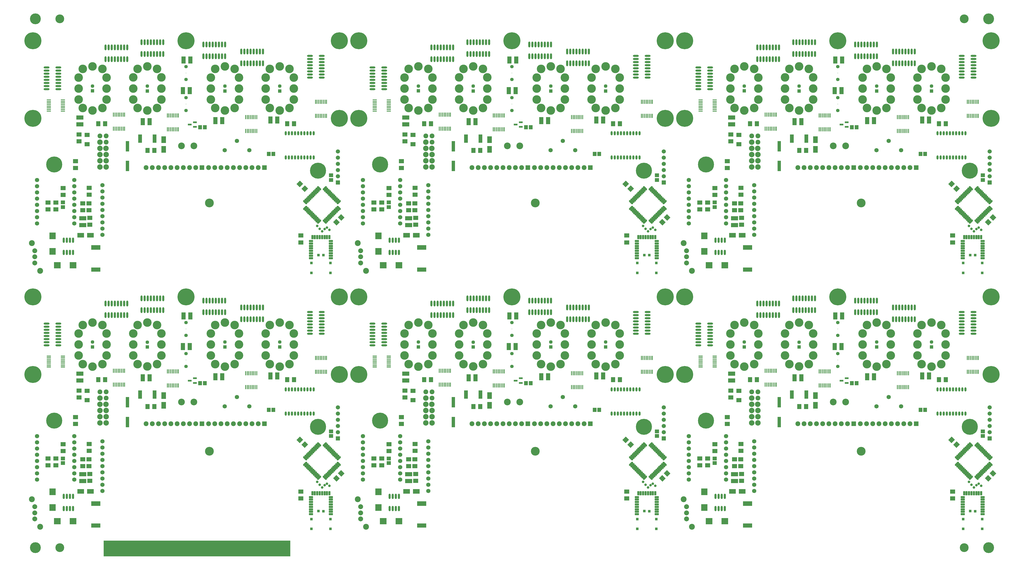
<source format=gts>
%FSAX24Y24*%
%MOIN*%
G70*
G01*
G75*
G04 Layer_Color=8388736*
%ADD10C,0.0630*%
%ADD11R,3.0070X0.2530*%
G04:AMPARAMS|DCode=12|XSize=24mil|YSize=59.1mil|CornerRadius=0.6mil|HoleSize=0mil|Usage=FLASHONLY|Rotation=270.000|XOffset=0mil|YOffset=0mil|HoleType=Round|Shape=RoundedRectangle|*
%AMROUNDEDRECTD12*
21,1,0.0240,0.0579,0,0,270.0*
21,1,0.0228,0.0591,0,0,270.0*
1,1,0.0012,-0.0289,-0.0114*
1,1,0.0012,-0.0289,0.0114*
1,1,0.0012,0.0289,0.0114*
1,1,0.0012,0.0289,-0.0114*
%
%ADD12ROUNDEDRECTD12*%
G04:AMPARAMS|DCode=13|XSize=24mil|YSize=59.1mil|CornerRadius=0.6mil|HoleSize=0mil|Usage=FLASHONLY|Rotation=180.000|XOffset=0mil|YOffset=0mil|HoleType=Round|Shape=RoundedRectangle|*
%AMROUNDEDRECTD13*
21,1,0.0240,0.0579,0,0,180.0*
21,1,0.0228,0.0591,0,0,180.0*
1,1,0.0012,-0.0114,0.0289*
1,1,0.0012,0.0114,0.0289*
1,1,0.0012,0.0114,-0.0289*
1,1,0.0012,-0.0114,-0.0289*
%
%ADD13ROUNDEDRECTD13*%
%ADD14R,0.0669X0.0984*%
%ADD15R,0.0512X0.0591*%
%ADD16R,0.0512X0.0236*%
%ADD17R,0.0709X0.0630*%
%ADD18R,0.0472X0.1575*%
G04:AMPARAMS|DCode=19|XSize=70.9mil|YSize=63mil|CornerRadius=0mil|HoleSize=0mil|Usage=FLASHONLY|Rotation=315.000|XOffset=0mil|YOffset=0mil|HoleType=Round|Shape=Rectangle|*
%AMROTATEDRECTD19*
4,1,4,-0.0473,0.0028,-0.0028,0.0473,0.0473,-0.0028,0.0028,-0.0473,-0.0473,0.0028,0.0*
%
%ADD19ROTATEDRECTD19*%

G04:AMPARAMS|DCode=20|XSize=70.9mil|YSize=63mil|CornerRadius=0mil|HoleSize=0mil|Usage=FLASHONLY|Rotation=45.000|XOffset=0mil|YOffset=0mil|HoleType=Round|Shape=Rectangle|*
%AMROTATEDRECTD20*
4,1,4,-0.0028,-0.0473,-0.0473,-0.0028,0.0028,0.0473,0.0473,0.0028,-0.0028,-0.0473,0.0*
%
%ADD20ROTATEDRECTD20*%

%ADD21O,0.0236X0.0866*%
%ADD22O,0.0866X0.0236*%
%ADD23R,0.0630X0.1063*%
%ADD24R,0.1063X0.0630*%
%ADD25R,0.0630X0.0709*%
%ADD26O,0.0669X0.0138*%
%ADD27O,0.0138X0.0669*%
%ADD28O,0.0236X0.0787*%
%ADD29R,0.1378X0.0669*%
%ADD30R,0.1417X0.0591*%
%ADD31R,0.1024X0.0945*%
%ADD32R,0.0945X0.1024*%
%ADD33R,0.0984X0.0669*%
G04:AMPARAMS|DCode=34|XSize=21.7mil|YSize=68.9mil|CornerRadius=0mil|HoleSize=0mil|Usage=FLASHONLY|Rotation=135.000|XOffset=0mil|YOffset=0mil|HoleType=Round|Shape=Round|*
%AMOVALD34*
21,1,0.0472,0.0217,0.0000,0.0000,225.0*
1,1,0.0217,0.0167,0.0167*
1,1,0.0217,-0.0167,-0.0167*
%
%ADD34OVALD34*%

G04:AMPARAMS|DCode=35|XSize=21.7mil|YSize=68.9mil|CornerRadius=0mil|HoleSize=0mil|Usage=FLASHONLY|Rotation=225.000|XOffset=0mil|YOffset=0mil|HoleType=Round|Shape=Round|*
%AMOVALD35*
21,1,0.0472,0.0217,0.0000,0.0000,315.0*
1,1,0.0217,-0.0167,0.0167*
1,1,0.0217,0.0167,-0.0167*
%
%ADD35OVALD35*%

%ADD36O,0.0236X0.0591*%
%ADD37R,0.0591X0.0512*%
%ADD38R,0.0551X0.1280*%
%ADD39C,0.0079*%
%ADD40C,0.0197*%
%ADD41C,0.0400*%
%ADD42C,0.0394*%
%ADD43C,0.0118*%
%ADD44C,0.0100*%
%ADD45C,0.0330*%
%ADD46R,0.0394X0.0394*%
%ADD47P,0.1114X4X270.0*%
%ADD48R,0.1000X0.0900*%
%ADD49C,0.1250*%
%ADD50C,0.1300*%
%ADD51C,0.0600*%
%ADD52C,0.0700*%
%ADD53C,0.0800*%
%ADD54R,0.0700X0.0700*%
%ADD55C,0.0709*%
%ADD56C,0.0394*%
%ADD57C,0.2500*%
%ADD58R,0.0492X0.0492*%
%ADD59C,0.0492*%
%ADD60R,0.0591X0.0591*%
%ADD61C,0.0591*%
%ADD62C,0.0472*%
%ADD63C,0.0315*%
%ADD64C,0.0984*%
%ADD65C,0.0600*%
%ADD66R,15.7490X0.1250*%
%ADD67C,0.1850*%
%ADD68R,0.9650X0.5150*%
%ADD69C,0.1650*%
%ADD70C,0.1500*%
%ADD71C,0.1400*%
%ADD72C,0.0640*%
%ADD73C,0.0610*%
G04:AMPARAMS|DCode=74|XSize=84mil|YSize=84mil|CornerRadius=0mil|HoleSize=0mil|Usage=FLASHONLY|Rotation=0.000|XOffset=0mil|YOffset=0mil|HoleType=Round|Shape=Relief|Width=10mil|Gap=10mil|Entries=4|*
%AMTHD74*
7,0,0,0.0840,0.0640,0.0100,45*
%
%ADD74THD74*%
%ADD75C,0.0770*%
%ADD76C,0.0750*%
G04:AMPARAMS|DCode=77|XSize=100mil|YSize=100mil|CornerRadius=0mil|HoleSize=0mil|Usage=FLASHONLY|Rotation=0.000|XOffset=0mil|YOffset=0mil|HoleType=Round|Shape=Relief|Width=10mil|Gap=10mil|Entries=4|*
%AMTHD77*
7,0,0,0.1000,0.0800,0.0100,45*
%
%ADD77THD77*%
G04:AMPARAMS|DCode=78|XSize=95mil|YSize=95mil|CornerRadius=0mil|HoleSize=0mil|Usage=FLASHONLY|Rotation=0.000|XOffset=0mil|YOffset=0mil|HoleType=Round|Shape=Relief|Width=10mil|Gap=10mil|Entries=4|*
%AMTHD78*
7,0,0,0.0950,0.0750,0.0100,45*
%
%ADD78THD78*%
G04:AMPARAMS|DCode=79|XSize=90mil|YSize=90mil|CornerRadius=0mil|HoleSize=0mil|Usage=FLASHONLY|Rotation=0.000|XOffset=0mil|YOffset=0mil|HoleType=Round|Shape=Relief|Width=10mil|Gap=10mil|Entries=4|*
%AMTHD79*
7,0,0,0.0900,0.0700,0.0100,45*
%
%ADD79THD79*%
%ADD80C,0.0872*%
%ADD81C,0.0754*%
%ADD82C,0.0597*%
%ADD83C,0.1685*%
%ADD84C,0.0695*%
G04:AMPARAMS|DCode=85|XSize=95.433mil|YSize=95.433mil|CornerRadius=0mil|HoleSize=0mil|Usage=FLASHONLY|Rotation=0.000|XOffset=0mil|YOffset=0mil|HoleType=Round|Shape=Relief|Width=10mil|Gap=10mil|Entries=4|*
%AMTHD85*
7,0,0,0.0954,0.0754,0.0100,45*
%
%ADD85THD85*%
%ADD86C,0.0650*%
%ADD87C,0.0518*%
%ADD88C,0.1100*%
G04:AMPARAMS|DCode=89|XSize=71.811mil|YSize=71.811mil|CornerRadius=0mil|HoleSize=0mil|Usage=FLASHONLY|Rotation=0.000|XOffset=0mil|YOffset=0mil|HoleType=Round|Shape=Relief|Width=10mil|Gap=10mil|Entries=4|*
%AMTHD89*
7,0,0,0.0718,0.0518,0.0100,45*
%
%ADD89THD89*%
%ADD90C,0.0787*%
%ADD91C,0.1250*%
G04:AMPARAMS|DCode=92|XSize=89.528mil|YSize=89.528mil|CornerRadius=0mil|HoleSize=0mil|Usage=FLASHONLY|Rotation=0.000|XOffset=0mil|YOffset=0mil|HoleType=Round|Shape=Relief|Width=10mil|Gap=10mil|Entries=4|*
%AMTHD92*
7,0,0,0.0895,0.0695,0.0100,45*
%
%ADD92THD92*%
%ADD93C,0.0750*%
%ADD94C,0.0295*%
%ADD95R,0.5118X0.3543*%
%ADD96R,0.0230X0.2510*%
%ADD97C,0.0050*%
%ADD98C,0.0098*%
%ADD99C,0.1181*%
%ADD100C,0.0236*%
%ADD101C,0.0039*%
%ADD102C,0.0080*%
%ADD103R,0.1715X0.0705*%
%ADD104R,0.0815X0.0830*%
%ADD105R,0.0910X0.0580*%
%ADD106R,0.0310X0.1160*%
%ADD107R,0.1673X0.1525*%
%ADD108R,0.4331X0.0320*%
%ADD109C,0.1417*%
G04:AMPARAMS|DCode=110|XSize=32mil|YSize=67.1mil|CornerRadius=4.6mil|HoleSize=0mil|Usage=FLASHONLY|Rotation=270.000|XOffset=0mil|YOffset=0mil|HoleType=Round|Shape=RoundedRectangle|*
%AMROUNDEDRECTD110*
21,1,0.0320,0.0579,0,0,270.0*
21,1,0.0228,0.0671,0,0,270.0*
1,1,0.0092,-0.0289,-0.0114*
1,1,0.0092,-0.0289,0.0114*
1,1,0.0092,0.0289,0.0114*
1,1,0.0092,0.0289,-0.0114*
%
%ADD110ROUNDEDRECTD110*%
G04:AMPARAMS|DCode=111|XSize=32mil|YSize=67.1mil|CornerRadius=4.6mil|HoleSize=0mil|Usage=FLASHONLY|Rotation=180.000|XOffset=0mil|YOffset=0mil|HoleType=Round|Shape=RoundedRectangle|*
%AMROUNDEDRECTD111*
21,1,0.0320,0.0579,0,0,180.0*
21,1,0.0228,0.0671,0,0,180.0*
1,1,0.0092,-0.0114,0.0289*
1,1,0.0092,0.0114,0.0289*
1,1,0.0092,0.0114,-0.0289*
1,1,0.0092,-0.0114,-0.0289*
%
%ADD111ROUNDEDRECTD111*%
%ADD112R,0.0749X0.1064*%
%ADD113R,0.0592X0.0671*%
%ADD114R,0.0592X0.0316*%
%ADD115R,0.0789X0.0710*%
%ADD116R,0.0552X0.1655*%
G04:AMPARAMS|DCode=117|XSize=78.9mil|YSize=71mil|CornerRadius=0mil|HoleSize=0mil|Usage=FLASHONLY|Rotation=315.000|XOffset=0mil|YOffset=0mil|HoleType=Round|Shape=Rectangle|*
%AMROTATEDRECTD117*
4,1,4,-0.0530,0.0028,-0.0028,0.0530,0.0530,-0.0028,0.0028,-0.0530,-0.0530,0.0028,0.0*
%
%ADD117ROTATEDRECTD117*%

G04:AMPARAMS|DCode=118|XSize=78.9mil|YSize=71mil|CornerRadius=0mil|HoleSize=0mil|Usage=FLASHONLY|Rotation=45.000|XOffset=0mil|YOffset=0mil|HoleType=Round|Shape=Rectangle|*
%AMROTATEDRECTD118*
4,1,4,-0.0028,-0.0530,-0.0530,-0.0028,0.0028,0.0530,0.0530,0.0028,-0.0028,-0.0530,0.0*
%
%ADD118ROTATEDRECTD118*%

%ADD119O,0.0316X0.0946*%
%ADD120O,0.0946X0.0316*%
%ADD121R,0.0710X0.1143*%
%ADD122R,0.1143X0.0710*%
%ADD123R,0.0710X0.0789*%
%ADD124O,0.0689X0.0158*%
%ADD125O,0.0158X0.0689*%
%ADD126O,0.0316X0.0867*%
%ADD127R,0.1458X0.0749*%
%ADD128R,0.1497X0.0671*%
%ADD129R,0.1104X0.1025*%
%ADD130R,0.1025X0.1104*%
%ADD131R,0.1064X0.0749*%
G04:AMPARAMS|DCode=132|XSize=37.4mil|YSize=84.6mil|CornerRadius=0mil|HoleSize=0mil|Usage=FLASHONLY|Rotation=135.000|XOffset=0mil|YOffset=0mil|HoleType=Round|Shape=Round|*
%AMOVALD132*
21,1,0.0472,0.0374,0.0000,0.0000,225.0*
1,1,0.0374,0.0167,0.0167*
1,1,0.0374,-0.0167,-0.0167*
%
%ADD132OVALD132*%

G04:AMPARAMS|DCode=133|XSize=37.4mil|YSize=84.6mil|CornerRadius=0mil|HoleSize=0mil|Usage=FLASHONLY|Rotation=225.000|XOffset=0mil|YOffset=0mil|HoleType=Round|Shape=Round|*
%AMOVALD133*
21,1,0.0472,0.0374,0.0000,0.0000,315.0*
1,1,0.0374,-0.0167,0.0167*
1,1,0.0374,0.0167,-0.0167*
%
%ADD133OVALD133*%

%ADD134O,0.0316X0.0671*%
%ADD135R,0.0671X0.0592*%
%ADD136R,0.0631X0.1360*%
%ADD137C,0.1750*%
%ADD138C,0.1380*%
%ADD139C,0.0680*%
%ADD140C,0.0780*%
%ADD141C,0.0880*%
%ADD142R,0.0780X0.0780*%
%ADD143C,0.0945*%
%ADD144C,0.0789*%
%ADD145C,0.2580*%
%ADD146C,0.2736*%
%ADD147R,0.0572X0.0572*%
%ADD148C,0.0572*%
%ADD149R,0.0671X0.0671*%
%ADD150C,0.0671*%
%ADD151C,0.0080*%
%ADD152C,0.0552*%
%ADD153C,0.0415*%
%ADD154C,0.1084*%
D11*
X038555Y012686D02*
D03*
D46*
X058899Y018716D02*
D03*
X058111Y018725D02*
D03*
X060044Y017440D02*
D03*
Y015865D02*
D03*
X056966D02*
D03*
X056964Y017440D02*
D03*
X111399Y018716D02*
D03*
X110611Y018725D02*
D03*
X112544Y017440D02*
D03*
Y015865D02*
D03*
X109466D02*
D03*
X109464Y017440D02*
D03*
X163899Y018716D02*
D03*
X163111Y018725D02*
D03*
X165044Y017440D02*
D03*
Y015865D02*
D03*
X161966D02*
D03*
X161964Y017440D02*
D03*
X058899Y059966D02*
D03*
X058111Y059975D02*
D03*
X060044Y058690D02*
D03*
Y057115D02*
D03*
X056966D02*
D03*
X056964Y058690D02*
D03*
X111399Y059966D02*
D03*
X110611Y059975D02*
D03*
X112544Y058690D02*
D03*
Y057115D02*
D03*
X109466D02*
D03*
X109464Y058690D02*
D03*
X163899Y059966D02*
D03*
X163111Y059975D02*
D03*
X165044Y058690D02*
D03*
Y057115D02*
D03*
X161966D02*
D03*
X161964Y058690D02*
D03*
D109*
X145540Y028371D02*
D03*
X093040D02*
D03*
X040540D02*
D03*
X145540Y068371D02*
D03*
X093040D02*
D03*
X040540D02*
D03*
X016446Y012840D02*
D03*
Y098027D02*
D03*
X162135D02*
D03*
Y012840D02*
D03*
D110*
X056895Y018227D02*
D03*
Y018621D02*
D03*
Y019015D02*
D03*
Y019408D02*
D03*
Y019802D02*
D03*
Y020196D02*
D03*
Y020590D02*
D03*
Y020983D02*
D03*
X060123D02*
D03*
Y020590D02*
D03*
Y020196D02*
D03*
Y019802D02*
D03*
Y019408D02*
D03*
Y019015D02*
D03*
Y018621D02*
D03*
Y018227D02*
D03*
X109395D02*
D03*
Y018621D02*
D03*
Y019015D02*
D03*
Y019408D02*
D03*
Y019802D02*
D03*
Y020196D02*
D03*
Y020590D02*
D03*
Y020983D02*
D03*
X112623D02*
D03*
Y020590D02*
D03*
Y020196D02*
D03*
Y019802D02*
D03*
Y019408D02*
D03*
Y019015D02*
D03*
Y018621D02*
D03*
Y018227D02*
D03*
X161895D02*
D03*
Y018621D02*
D03*
Y019015D02*
D03*
Y019408D02*
D03*
Y019802D02*
D03*
Y020196D02*
D03*
Y020590D02*
D03*
Y020983D02*
D03*
X165123D02*
D03*
Y020590D02*
D03*
Y020196D02*
D03*
Y019802D02*
D03*
Y019408D02*
D03*
Y019015D02*
D03*
Y018621D02*
D03*
Y018227D02*
D03*
X056895Y059477D02*
D03*
Y059871D02*
D03*
Y060265D02*
D03*
Y060658D02*
D03*
Y061052D02*
D03*
Y061446D02*
D03*
Y061840D02*
D03*
Y062233D02*
D03*
X060123D02*
D03*
Y061840D02*
D03*
Y061446D02*
D03*
Y061052D02*
D03*
Y060658D02*
D03*
Y060265D02*
D03*
Y059871D02*
D03*
Y059477D02*
D03*
X109395D02*
D03*
Y059871D02*
D03*
Y060265D02*
D03*
Y060658D02*
D03*
Y061052D02*
D03*
Y061446D02*
D03*
Y061840D02*
D03*
Y062233D02*
D03*
X112623D02*
D03*
Y061840D02*
D03*
Y061446D02*
D03*
Y061052D02*
D03*
Y060658D02*
D03*
Y060265D02*
D03*
Y059871D02*
D03*
Y059477D02*
D03*
X161895D02*
D03*
Y059871D02*
D03*
Y060265D02*
D03*
Y060658D02*
D03*
Y061052D02*
D03*
Y061446D02*
D03*
Y061840D02*
D03*
Y062233D02*
D03*
X165123D02*
D03*
Y061840D02*
D03*
Y061446D02*
D03*
Y061052D02*
D03*
Y060658D02*
D03*
Y060265D02*
D03*
Y059871D02*
D03*
Y059477D02*
D03*
D111*
X057127Y021613D02*
D03*
X057521D02*
D03*
X057914D02*
D03*
X058308D02*
D03*
X058702D02*
D03*
X059095D02*
D03*
X059489D02*
D03*
X059883D02*
D03*
X109627D02*
D03*
X110021D02*
D03*
X110414D02*
D03*
X110808D02*
D03*
X111202D02*
D03*
X111595D02*
D03*
X111989D02*
D03*
X112383D02*
D03*
X162127D02*
D03*
X162521D02*
D03*
X162914D02*
D03*
X163308D02*
D03*
X163702D02*
D03*
X164095D02*
D03*
X164489D02*
D03*
X164883D02*
D03*
X057127Y062863D02*
D03*
X057521D02*
D03*
X057914D02*
D03*
X058308D02*
D03*
X058702D02*
D03*
X059095D02*
D03*
X059489D02*
D03*
X059883D02*
D03*
X109627D02*
D03*
X110021D02*
D03*
X110414D02*
D03*
X110808D02*
D03*
X111202D02*
D03*
X111595D02*
D03*
X111989D02*
D03*
X112383D02*
D03*
X162127D02*
D03*
X162521D02*
D03*
X162914D02*
D03*
X163308D02*
D03*
X163702D02*
D03*
X164095D02*
D03*
X164489D02*
D03*
X164883D02*
D03*
D112*
X033190Y035751D02*
D03*
Y037325D02*
D03*
X085690Y035751D02*
D03*
Y037325D02*
D03*
X138190Y035751D02*
D03*
Y037325D02*
D03*
X033190Y077001D02*
D03*
Y078575D02*
D03*
X085690Y077001D02*
D03*
Y078575D02*
D03*
X138190Y077001D02*
D03*
Y078575D02*
D03*
D113*
X039804Y039318D02*
D03*
X039056D02*
D03*
X050096Y035018D02*
D03*
X050844D02*
D03*
X092304Y039318D02*
D03*
X091556D02*
D03*
X102596Y035018D02*
D03*
X103344D02*
D03*
X144804Y039318D02*
D03*
X144056D02*
D03*
X155096Y035018D02*
D03*
X155844D02*
D03*
X039804Y080568D02*
D03*
X039056D02*
D03*
X050096Y076268D02*
D03*
X050844D02*
D03*
X092304Y080568D02*
D03*
X091556D02*
D03*
X102596Y076268D02*
D03*
X103344D02*
D03*
X144804Y080568D02*
D03*
X144056D02*
D03*
X155096Y076268D02*
D03*
X155844D02*
D03*
D114*
X038197Y039374D02*
D03*
Y040122D02*
D03*
X037370Y039748D02*
D03*
X090697Y039374D02*
D03*
Y040122D02*
D03*
X089870Y039748D02*
D03*
X143197Y039374D02*
D03*
Y040122D02*
D03*
X142370Y039748D02*
D03*
X038197Y080624D02*
D03*
Y081372D02*
D03*
X037370Y080998D02*
D03*
X090697Y080624D02*
D03*
Y081372D02*
D03*
X089870Y080998D02*
D03*
X143197Y080624D02*
D03*
Y081372D02*
D03*
X142370Y080998D02*
D03*
D115*
X018960Y032757D02*
D03*
Y033859D02*
D03*
X055290Y021869D02*
D03*
Y020767D02*
D03*
X019530Y038149D02*
D03*
Y037047D02*
D03*
X020850Y036587D02*
D03*
Y038089D02*
D03*
X014556Y026088D02*
D03*
Y027190D02*
D03*
X021290Y023607D02*
D03*
Y024709D02*
D03*
X020140Y025957D02*
D03*
Y027059D02*
D03*
X016958Y028401D02*
D03*
Y029503D02*
D03*
X021140Y027059D02*
D03*
Y025957D02*
D03*
X015806Y027200D02*
D03*
Y026097D02*
D03*
X021180Y028447D02*
D03*
Y029549D02*
D03*
X071460Y032757D02*
D03*
Y033859D02*
D03*
X107790Y021869D02*
D03*
Y020767D02*
D03*
X072030Y038149D02*
D03*
Y037047D02*
D03*
X073350Y036587D02*
D03*
Y038089D02*
D03*
X067056Y026088D02*
D03*
Y027190D02*
D03*
X073790Y023607D02*
D03*
Y024709D02*
D03*
X072640Y025957D02*
D03*
Y027059D02*
D03*
X069458Y028401D02*
D03*
Y029503D02*
D03*
X073640Y027059D02*
D03*
Y025957D02*
D03*
X068306Y027200D02*
D03*
Y026097D02*
D03*
X073680Y028447D02*
D03*
Y029549D02*
D03*
X123960Y032757D02*
D03*
Y033859D02*
D03*
X160290Y021869D02*
D03*
Y020767D02*
D03*
X124530Y038149D02*
D03*
Y037047D02*
D03*
X125850Y036587D02*
D03*
Y038089D02*
D03*
X119556Y026088D02*
D03*
Y027190D02*
D03*
X126290Y023607D02*
D03*
Y024709D02*
D03*
X125140Y025957D02*
D03*
Y027059D02*
D03*
X121958Y028401D02*
D03*
Y029503D02*
D03*
X126140Y027059D02*
D03*
Y025957D02*
D03*
X120806Y027200D02*
D03*
Y026097D02*
D03*
X126180Y028447D02*
D03*
Y029549D02*
D03*
X018960Y074007D02*
D03*
Y075109D02*
D03*
X055290Y063119D02*
D03*
Y062017D02*
D03*
X019530Y079399D02*
D03*
Y078297D02*
D03*
X020850Y077837D02*
D03*
Y079339D02*
D03*
X014556Y067338D02*
D03*
Y068440D02*
D03*
X021290Y064857D02*
D03*
Y065959D02*
D03*
X020140Y067207D02*
D03*
Y068309D02*
D03*
X016958Y069651D02*
D03*
Y070753D02*
D03*
X021140Y068309D02*
D03*
Y067207D02*
D03*
X015806Y068450D02*
D03*
Y067347D02*
D03*
X021180Y069697D02*
D03*
Y070799D02*
D03*
X071460Y074007D02*
D03*
Y075109D02*
D03*
X107790Y063119D02*
D03*
Y062017D02*
D03*
X072030Y079399D02*
D03*
Y078297D02*
D03*
X073350Y077837D02*
D03*
Y079339D02*
D03*
X067056Y067338D02*
D03*
Y068440D02*
D03*
X073790Y064857D02*
D03*
Y065959D02*
D03*
X072640Y067207D02*
D03*
Y068309D02*
D03*
X069458Y069651D02*
D03*
Y070753D02*
D03*
X073640Y068309D02*
D03*
Y067207D02*
D03*
X068306Y068450D02*
D03*
Y067347D02*
D03*
X073680Y069697D02*
D03*
Y070799D02*
D03*
X123960Y074007D02*
D03*
Y075109D02*
D03*
X160290Y063119D02*
D03*
Y062017D02*
D03*
X124530Y079399D02*
D03*
Y078297D02*
D03*
X125850Y077837D02*
D03*
Y079339D02*
D03*
X119556Y067338D02*
D03*
Y068440D02*
D03*
X126290Y064857D02*
D03*
Y065959D02*
D03*
X125140Y067207D02*
D03*
Y068309D02*
D03*
X121958Y069651D02*
D03*
Y070753D02*
D03*
X126140Y068309D02*
D03*
Y067207D02*
D03*
X120806Y068450D02*
D03*
Y067347D02*
D03*
X126180Y069697D02*
D03*
Y070799D02*
D03*
D116*
X027340Y033074D02*
D03*
Y036263D02*
D03*
X079840Y033074D02*
D03*
Y036263D02*
D03*
X132340Y033074D02*
D03*
Y036263D02*
D03*
X027340Y074324D02*
D03*
Y077513D02*
D03*
X079840Y074324D02*
D03*
Y077513D02*
D03*
X132340Y074324D02*
D03*
Y077513D02*
D03*
D117*
X061011Y024008D02*
D03*
X061790Y024788D02*
D03*
X113511Y024008D02*
D03*
X114290Y024788D02*
D03*
X166011Y024008D02*
D03*
X166790Y024788D02*
D03*
X061011Y065258D02*
D03*
X061790Y066038D02*
D03*
X113511Y065258D02*
D03*
X114290Y066038D02*
D03*
X166011Y065258D02*
D03*
X166790Y066038D02*
D03*
D118*
X055900Y029418D02*
D03*
X055121Y030198D02*
D03*
X108400Y029418D02*
D03*
X107621Y030198D02*
D03*
X160900Y029418D02*
D03*
X160121Y030198D02*
D03*
X055900Y070668D02*
D03*
X055121Y071448D02*
D03*
X108400Y070668D02*
D03*
X107621Y071448D02*
D03*
X160900Y070668D02*
D03*
X160121Y071448D02*
D03*
D119*
X027300Y052178D02*
D03*
X026800D02*
D03*
X026300D02*
D03*
X025800D02*
D03*
X025300D02*
D03*
X024800D02*
D03*
X024300D02*
D03*
X023800D02*
D03*
X027300Y050288D02*
D03*
X026800D02*
D03*
X026300D02*
D03*
X025800D02*
D03*
X025300D02*
D03*
X024800D02*
D03*
X024300D02*
D03*
X023800D02*
D03*
X033100Y053003D02*
D03*
X032600D02*
D03*
X032100D02*
D03*
X031600D02*
D03*
X031100D02*
D03*
X030600D02*
D03*
X030100D02*
D03*
X029600D02*
D03*
X033100Y051113D02*
D03*
X032600D02*
D03*
X032100D02*
D03*
X031600D02*
D03*
X031100D02*
D03*
X030600D02*
D03*
X030100D02*
D03*
X029600D02*
D03*
X043090Y052643D02*
D03*
X042590D02*
D03*
X042090D02*
D03*
X041590D02*
D03*
X041090D02*
D03*
X040590D02*
D03*
X040090D02*
D03*
X039590D02*
D03*
X043090Y050753D02*
D03*
X042590D02*
D03*
X042090D02*
D03*
X041590D02*
D03*
X041090D02*
D03*
X040590D02*
D03*
X040090D02*
D03*
X039590D02*
D03*
X049170Y051523D02*
D03*
X048670D02*
D03*
X048170D02*
D03*
X047670D02*
D03*
X047170D02*
D03*
X046670D02*
D03*
X046170D02*
D03*
X045670D02*
D03*
X049170Y049633D02*
D03*
X048670D02*
D03*
X048170D02*
D03*
X047670D02*
D03*
X047170D02*
D03*
X046670D02*
D03*
X046170D02*
D03*
X045670D02*
D03*
X079800Y052178D02*
D03*
X079300D02*
D03*
X078800D02*
D03*
X078300D02*
D03*
X077800D02*
D03*
X077300D02*
D03*
X076800D02*
D03*
X076300D02*
D03*
X079800Y050288D02*
D03*
X079300D02*
D03*
X078800D02*
D03*
X078300D02*
D03*
X077800D02*
D03*
X077300D02*
D03*
X076800D02*
D03*
X076300D02*
D03*
X085600Y053003D02*
D03*
X085100D02*
D03*
X084600D02*
D03*
X084100D02*
D03*
X083600D02*
D03*
X083100D02*
D03*
X082600D02*
D03*
X082100D02*
D03*
X085600Y051113D02*
D03*
X085100D02*
D03*
X084600D02*
D03*
X084100D02*
D03*
X083600D02*
D03*
X083100D02*
D03*
X082600D02*
D03*
X082100D02*
D03*
X095590Y052643D02*
D03*
X095090D02*
D03*
X094590D02*
D03*
X094090D02*
D03*
X093590D02*
D03*
X093090D02*
D03*
X092590D02*
D03*
X092090D02*
D03*
X095590Y050753D02*
D03*
X095090D02*
D03*
X094590D02*
D03*
X094090D02*
D03*
X093590D02*
D03*
X093090D02*
D03*
X092590D02*
D03*
X092090D02*
D03*
X101670Y051523D02*
D03*
X101170D02*
D03*
X100670D02*
D03*
X100170D02*
D03*
X099670D02*
D03*
X099170D02*
D03*
X098670D02*
D03*
X098170D02*
D03*
X101670Y049633D02*
D03*
X101170D02*
D03*
X100670D02*
D03*
X100170D02*
D03*
X099670D02*
D03*
X099170D02*
D03*
X098670D02*
D03*
X098170D02*
D03*
X132300Y052178D02*
D03*
X131800D02*
D03*
X131300D02*
D03*
X130800D02*
D03*
X130300D02*
D03*
X129800D02*
D03*
X129300D02*
D03*
X128800D02*
D03*
X132300Y050288D02*
D03*
X131800D02*
D03*
X131300D02*
D03*
X130800D02*
D03*
X130300D02*
D03*
X129800D02*
D03*
X129300D02*
D03*
X128800D02*
D03*
X138100Y053003D02*
D03*
X137600D02*
D03*
X137100D02*
D03*
X136600D02*
D03*
X136100D02*
D03*
X135600D02*
D03*
X135100D02*
D03*
X134600D02*
D03*
X138100Y051113D02*
D03*
X137600D02*
D03*
X137100D02*
D03*
X136600D02*
D03*
X136100D02*
D03*
X135600D02*
D03*
X135100D02*
D03*
X134600D02*
D03*
X148090Y052643D02*
D03*
X147590D02*
D03*
X147090D02*
D03*
X146590D02*
D03*
X146090D02*
D03*
X145590D02*
D03*
X145090D02*
D03*
X144590D02*
D03*
X148090Y050753D02*
D03*
X147590D02*
D03*
X147090D02*
D03*
X146590D02*
D03*
X146090D02*
D03*
X145590D02*
D03*
X145090D02*
D03*
X144590D02*
D03*
X154170Y051523D02*
D03*
X153670D02*
D03*
X153170D02*
D03*
X152670D02*
D03*
X152170D02*
D03*
X151670D02*
D03*
X151170D02*
D03*
X150670D02*
D03*
X154170Y049633D02*
D03*
X153670D02*
D03*
X153170D02*
D03*
X152670D02*
D03*
X152170D02*
D03*
X151670D02*
D03*
X151170D02*
D03*
X150670D02*
D03*
X027300Y093428D02*
D03*
X026800D02*
D03*
X026300D02*
D03*
X025800D02*
D03*
X025300D02*
D03*
X024800D02*
D03*
X024300D02*
D03*
X023800D02*
D03*
X027300Y091538D02*
D03*
X026800D02*
D03*
X026300D02*
D03*
X025800D02*
D03*
X025300D02*
D03*
X024800D02*
D03*
X024300D02*
D03*
X023800D02*
D03*
X033100Y094253D02*
D03*
X032600D02*
D03*
X032100D02*
D03*
X031600D02*
D03*
X031100D02*
D03*
X030600D02*
D03*
X030100D02*
D03*
X029600D02*
D03*
X033100Y092363D02*
D03*
X032600D02*
D03*
X032100D02*
D03*
X031600D02*
D03*
X031100D02*
D03*
X030600D02*
D03*
X030100D02*
D03*
X029600D02*
D03*
X043090Y093893D02*
D03*
X042590D02*
D03*
X042090D02*
D03*
X041590D02*
D03*
X041090D02*
D03*
X040590D02*
D03*
X040090D02*
D03*
X039590D02*
D03*
X043090Y092003D02*
D03*
X042590D02*
D03*
X042090D02*
D03*
X041590D02*
D03*
X041090D02*
D03*
X040590D02*
D03*
X040090D02*
D03*
X039590D02*
D03*
X049170Y092773D02*
D03*
X048670D02*
D03*
X048170D02*
D03*
X047670D02*
D03*
X047170D02*
D03*
X046670D02*
D03*
X046170D02*
D03*
X045670D02*
D03*
X049170Y090883D02*
D03*
X048670D02*
D03*
X048170D02*
D03*
X047670D02*
D03*
X047170D02*
D03*
X046670D02*
D03*
X046170D02*
D03*
X045670D02*
D03*
X079800Y093428D02*
D03*
X079300D02*
D03*
X078800D02*
D03*
X078300D02*
D03*
X077800D02*
D03*
X077300D02*
D03*
X076800D02*
D03*
X076300D02*
D03*
X079800Y091538D02*
D03*
X079300D02*
D03*
X078800D02*
D03*
X078300D02*
D03*
X077800D02*
D03*
X077300D02*
D03*
X076800D02*
D03*
X076300D02*
D03*
X085600Y094253D02*
D03*
X085100D02*
D03*
X084600D02*
D03*
X084100D02*
D03*
X083600D02*
D03*
X083100D02*
D03*
X082600D02*
D03*
X082100D02*
D03*
X085600Y092363D02*
D03*
X085100D02*
D03*
X084600D02*
D03*
X084100D02*
D03*
X083600D02*
D03*
X083100D02*
D03*
X082600D02*
D03*
X082100D02*
D03*
X095590Y093893D02*
D03*
X095090D02*
D03*
X094590D02*
D03*
X094090D02*
D03*
X093590D02*
D03*
X093090D02*
D03*
X092590D02*
D03*
X092090D02*
D03*
X095590Y092003D02*
D03*
X095090D02*
D03*
X094590D02*
D03*
X094090D02*
D03*
X093590D02*
D03*
X093090D02*
D03*
X092590D02*
D03*
X092090D02*
D03*
X101670Y092773D02*
D03*
X101170D02*
D03*
X100670D02*
D03*
X100170D02*
D03*
X099670D02*
D03*
X099170D02*
D03*
X098670D02*
D03*
X098170D02*
D03*
X101670Y090883D02*
D03*
X101170D02*
D03*
X100670D02*
D03*
X100170D02*
D03*
X099670D02*
D03*
X099170D02*
D03*
X098670D02*
D03*
X098170D02*
D03*
X132300Y093428D02*
D03*
X131800D02*
D03*
X131300D02*
D03*
X130800D02*
D03*
X130300D02*
D03*
X129800D02*
D03*
X129300D02*
D03*
X128800D02*
D03*
X132300Y091538D02*
D03*
X131800D02*
D03*
X131300D02*
D03*
X130800D02*
D03*
X130300D02*
D03*
X129800D02*
D03*
X129300D02*
D03*
X128800D02*
D03*
X138100Y094253D02*
D03*
X137600D02*
D03*
X137100D02*
D03*
X136600D02*
D03*
X136100D02*
D03*
X135600D02*
D03*
X135100D02*
D03*
X134600D02*
D03*
X138100Y092363D02*
D03*
X137600D02*
D03*
X137100D02*
D03*
X136600D02*
D03*
X136100D02*
D03*
X135600D02*
D03*
X135100D02*
D03*
X134600D02*
D03*
X148090Y093893D02*
D03*
X147590D02*
D03*
X147090D02*
D03*
X146590D02*
D03*
X146090D02*
D03*
X145590D02*
D03*
X145090D02*
D03*
X144590D02*
D03*
X148090Y092003D02*
D03*
X147590D02*
D03*
X147090D02*
D03*
X146590D02*
D03*
X146090D02*
D03*
X145590D02*
D03*
X145090D02*
D03*
X144590D02*
D03*
X154170Y092773D02*
D03*
X153670D02*
D03*
X153170D02*
D03*
X152670D02*
D03*
X152170D02*
D03*
X151670D02*
D03*
X151170D02*
D03*
X150670D02*
D03*
X154170Y090883D02*
D03*
X153670D02*
D03*
X153170D02*
D03*
X152670D02*
D03*
X152170D02*
D03*
X151670D02*
D03*
X151170D02*
D03*
X150670D02*
D03*
D120*
X058635Y047308D02*
D03*
Y047808D02*
D03*
Y048308D02*
D03*
Y048808D02*
D03*
Y049308D02*
D03*
Y049808D02*
D03*
Y050308D02*
D03*
Y050808D02*
D03*
X056745Y047308D02*
D03*
Y047808D02*
D03*
Y048308D02*
D03*
Y048808D02*
D03*
Y049308D02*
D03*
Y049808D02*
D03*
Y050308D02*
D03*
Y050808D02*
D03*
X014305Y048938D02*
D03*
Y048438D02*
D03*
Y047938D02*
D03*
Y047438D02*
D03*
Y046938D02*
D03*
Y046438D02*
D03*
Y045938D02*
D03*
Y045438D02*
D03*
X016195Y048938D02*
D03*
Y048438D02*
D03*
Y047938D02*
D03*
Y047438D02*
D03*
Y046938D02*
D03*
Y046438D02*
D03*
Y045938D02*
D03*
Y045438D02*
D03*
X111135Y047308D02*
D03*
Y047808D02*
D03*
Y048308D02*
D03*
Y048808D02*
D03*
Y049308D02*
D03*
Y049808D02*
D03*
Y050308D02*
D03*
Y050808D02*
D03*
X109245Y047308D02*
D03*
Y047808D02*
D03*
Y048308D02*
D03*
Y048808D02*
D03*
Y049308D02*
D03*
Y049808D02*
D03*
Y050308D02*
D03*
Y050808D02*
D03*
X066805Y048938D02*
D03*
Y048438D02*
D03*
Y047938D02*
D03*
Y047438D02*
D03*
Y046938D02*
D03*
Y046438D02*
D03*
Y045938D02*
D03*
Y045438D02*
D03*
X068695Y048938D02*
D03*
Y048438D02*
D03*
Y047938D02*
D03*
Y047438D02*
D03*
Y046938D02*
D03*
Y046438D02*
D03*
Y045938D02*
D03*
Y045438D02*
D03*
X163635Y047308D02*
D03*
Y047808D02*
D03*
Y048308D02*
D03*
Y048808D02*
D03*
Y049308D02*
D03*
Y049808D02*
D03*
Y050308D02*
D03*
Y050808D02*
D03*
X161745Y047308D02*
D03*
Y047808D02*
D03*
Y048308D02*
D03*
Y048808D02*
D03*
Y049308D02*
D03*
Y049808D02*
D03*
Y050308D02*
D03*
Y050808D02*
D03*
X119305Y048938D02*
D03*
Y048438D02*
D03*
Y047938D02*
D03*
Y047438D02*
D03*
Y046938D02*
D03*
Y046438D02*
D03*
Y045938D02*
D03*
Y045438D02*
D03*
X121195Y048938D02*
D03*
Y048438D02*
D03*
Y047938D02*
D03*
Y047438D02*
D03*
Y046938D02*
D03*
Y046438D02*
D03*
Y045938D02*
D03*
Y045438D02*
D03*
X058635Y088558D02*
D03*
Y089058D02*
D03*
Y089558D02*
D03*
Y090058D02*
D03*
Y090558D02*
D03*
Y091058D02*
D03*
Y091558D02*
D03*
Y092058D02*
D03*
X056745Y088558D02*
D03*
Y089058D02*
D03*
Y089558D02*
D03*
Y090058D02*
D03*
Y090558D02*
D03*
Y091058D02*
D03*
Y091558D02*
D03*
Y092058D02*
D03*
X014305Y090188D02*
D03*
Y089688D02*
D03*
Y089188D02*
D03*
Y088688D02*
D03*
Y088188D02*
D03*
Y087688D02*
D03*
Y087188D02*
D03*
Y086688D02*
D03*
X016195Y090188D02*
D03*
Y089688D02*
D03*
Y089188D02*
D03*
Y088688D02*
D03*
Y088188D02*
D03*
Y087688D02*
D03*
Y087188D02*
D03*
Y086688D02*
D03*
X111135Y088558D02*
D03*
Y089058D02*
D03*
Y089558D02*
D03*
Y090058D02*
D03*
Y090558D02*
D03*
Y091058D02*
D03*
Y091558D02*
D03*
Y092058D02*
D03*
X109245Y088558D02*
D03*
Y089058D02*
D03*
Y089558D02*
D03*
Y090058D02*
D03*
Y090558D02*
D03*
Y091058D02*
D03*
Y091558D02*
D03*
Y092058D02*
D03*
X066805Y090188D02*
D03*
Y089688D02*
D03*
Y089188D02*
D03*
Y088688D02*
D03*
Y088188D02*
D03*
Y087688D02*
D03*
Y087188D02*
D03*
Y086688D02*
D03*
X068695Y090188D02*
D03*
Y089688D02*
D03*
Y089188D02*
D03*
Y088688D02*
D03*
Y088188D02*
D03*
Y087688D02*
D03*
Y087188D02*
D03*
Y086688D02*
D03*
X163635Y088558D02*
D03*
Y089058D02*
D03*
Y089558D02*
D03*
Y090058D02*
D03*
Y090558D02*
D03*
Y091058D02*
D03*
Y091558D02*
D03*
Y092058D02*
D03*
X161745Y088558D02*
D03*
Y089058D02*
D03*
Y089558D02*
D03*
Y090058D02*
D03*
Y090558D02*
D03*
Y091058D02*
D03*
Y091558D02*
D03*
Y092058D02*
D03*
X119305Y090188D02*
D03*
Y089688D02*
D03*
Y089188D02*
D03*
Y088688D02*
D03*
Y088188D02*
D03*
Y087688D02*
D03*
Y087188D02*
D03*
Y086688D02*
D03*
X121195Y090188D02*
D03*
Y089688D02*
D03*
Y089188D02*
D03*
Y088688D02*
D03*
Y088188D02*
D03*
Y087688D02*
D03*
Y087188D02*
D03*
Y086688D02*
D03*
D121*
X036258Y045218D02*
D03*
X037360D02*
D03*
X036359Y050158D02*
D03*
X037461D02*
D03*
X029802Y040212D02*
D03*
X030904D02*
D03*
X041499Y040368D02*
D03*
X042601D02*
D03*
X050379Y040498D02*
D03*
X051481D02*
D03*
X088758Y045218D02*
D03*
X089860D02*
D03*
X088859Y050158D02*
D03*
X089961D02*
D03*
X082302Y040212D02*
D03*
X083404D02*
D03*
X093999Y040368D02*
D03*
X095101D02*
D03*
X102879Y040498D02*
D03*
X103982D02*
D03*
X141258Y045218D02*
D03*
X142360D02*
D03*
X141359Y050158D02*
D03*
X142461D02*
D03*
X134802Y040212D02*
D03*
X135904D02*
D03*
X146499Y040368D02*
D03*
X147601D02*
D03*
X155379Y040498D02*
D03*
X156482D02*
D03*
X036258Y086468D02*
D03*
X037360D02*
D03*
X036359Y091408D02*
D03*
X037461D02*
D03*
X029802Y081462D02*
D03*
X030904D02*
D03*
X041499Y081618D02*
D03*
X042601D02*
D03*
X050379Y081748D02*
D03*
X051481D02*
D03*
X088758Y086468D02*
D03*
X089860D02*
D03*
X088859Y091408D02*
D03*
X089961D02*
D03*
X082302Y081462D02*
D03*
X083404D02*
D03*
X093999Y081618D02*
D03*
X095101D02*
D03*
X102879Y081748D02*
D03*
X103982D02*
D03*
X141258Y086468D02*
D03*
X142360D02*
D03*
X141359Y091408D02*
D03*
X142461D02*
D03*
X134802Y081462D02*
D03*
X135904D02*
D03*
X146499Y081618D02*
D03*
X147601D02*
D03*
X155379Y081748D02*
D03*
X156482D02*
D03*
D122*
X019660Y040879D02*
D03*
Y039777D02*
D03*
X020140Y023557D02*
D03*
Y024659D02*
D03*
X072160Y040879D02*
D03*
Y039777D02*
D03*
X072640Y023557D02*
D03*
Y024659D02*
D03*
X124660Y040879D02*
D03*
Y039777D02*
D03*
X125140Y023557D02*
D03*
Y024659D02*
D03*
X019660Y082129D02*
D03*
Y081027D02*
D03*
X020140Y064807D02*
D03*
Y065909D02*
D03*
X072160Y082129D02*
D03*
Y081027D02*
D03*
X072640Y064807D02*
D03*
Y065909D02*
D03*
X124660Y082129D02*
D03*
Y081027D02*
D03*
X125140Y064807D02*
D03*
Y065909D02*
D03*
D123*
X023750Y039898D02*
D03*
X022648D02*
D03*
X054160Y039888D02*
D03*
X053058D02*
D03*
X031662Y035568D02*
D03*
X030559D02*
D03*
X076250Y039898D02*
D03*
X075148D02*
D03*
X106660Y039888D02*
D03*
X105558D02*
D03*
X084162Y035568D02*
D03*
X083059D02*
D03*
X128750Y039898D02*
D03*
X127648D02*
D03*
X159160Y039888D02*
D03*
X158058D02*
D03*
X136662Y035568D02*
D03*
X135559D02*
D03*
X023750Y081148D02*
D03*
X022648D02*
D03*
X054160Y081138D02*
D03*
X053058D02*
D03*
X031662Y076818D02*
D03*
X030559D02*
D03*
X076250Y081148D02*
D03*
X075148D02*
D03*
X106660Y081138D02*
D03*
X105558D02*
D03*
X084162Y076818D02*
D03*
X083059D02*
D03*
X128750Y081148D02*
D03*
X127648D02*
D03*
X159160Y081138D02*
D03*
X158058D02*
D03*
X136662Y076818D02*
D03*
X135559D02*
D03*
D124*
X016932Y041922D02*
D03*
Y042178D02*
D03*
Y042434D02*
D03*
Y042690D02*
D03*
Y042946D02*
D03*
Y043202D02*
D03*
Y043458D02*
D03*
Y043714D02*
D03*
X014688Y041922D02*
D03*
Y042178D02*
D03*
Y042434D02*
D03*
Y042690D02*
D03*
Y042946D02*
D03*
Y043202D02*
D03*
Y043458D02*
D03*
Y043714D02*
D03*
X069432Y041922D02*
D03*
Y042178D02*
D03*
Y042434D02*
D03*
Y042690D02*
D03*
Y042946D02*
D03*
Y043202D02*
D03*
Y043458D02*
D03*
Y043714D02*
D03*
X067188Y041922D02*
D03*
Y042178D02*
D03*
Y042434D02*
D03*
Y042690D02*
D03*
Y042946D02*
D03*
Y043202D02*
D03*
Y043458D02*
D03*
Y043714D02*
D03*
X121932Y041922D02*
D03*
Y042178D02*
D03*
Y042434D02*
D03*
Y042690D02*
D03*
Y042946D02*
D03*
Y043202D02*
D03*
Y043458D02*
D03*
Y043714D02*
D03*
X119688Y041922D02*
D03*
Y042178D02*
D03*
Y042434D02*
D03*
Y042690D02*
D03*
Y042946D02*
D03*
Y043202D02*
D03*
Y043458D02*
D03*
Y043714D02*
D03*
X016932Y083172D02*
D03*
Y083428D02*
D03*
Y083684D02*
D03*
Y083940D02*
D03*
Y084196D02*
D03*
Y084452D02*
D03*
Y084708D02*
D03*
Y084964D02*
D03*
X014688Y083172D02*
D03*
Y083428D02*
D03*
Y083684D02*
D03*
Y083940D02*
D03*
Y084196D02*
D03*
Y084452D02*
D03*
Y084708D02*
D03*
Y084964D02*
D03*
X069432Y083172D02*
D03*
Y083428D02*
D03*
Y083684D02*
D03*
Y083940D02*
D03*
Y084196D02*
D03*
Y084452D02*
D03*
Y084708D02*
D03*
Y084964D02*
D03*
X067188Y083172D02*
D03*
Y083428D02*
D03*
Y083684D02*
D03*
Y083940D02*
D03*
Y084196D02*
D03*
Y084452D02*
D03*
Y084708D02*
D03*
Y084964D02*
D03*
X121932Y083172D02*
D03*
Y083428D02*
D03*
Y083684D02*
D03*
Y083940D02*
D03*
Y084196D02*
D03*
Y084452D02*
D03*
Y084708D02*
D03*
Y084964D02*
D03*
X119688Y083172D02*
D03*
Y083428D02*
D03*
Y083684D02*
D03*
Y083940D02*
D03*
Y084196D02*
D03*
Y084452D02*
D03*
Y084708D02*
D03*
Y084964D02*
D03*
D125*
X025090Y039094D02*
D03*
X025346D02*
D03*
X025602D02*
D03*
X025858D02*
D03*
X026114D02*
D03*
X026370D02*
D03*
X026626D02*
D03*
X026882D02*
D03*
X025090Y041338D02*
D03*
X025346D02*
D03*
X025602D02*
D03*
X025858D02*
D03*
X026114D02*
D03*
X026370D02*
D03*
X026626D02*
D03*
X026882D02*
D03*
X033765Y038976D02*
D03*
X034021D02*
D03*
X034276D02*
D03*
X034532D02*
D03*
X034788D02*
D03*
X035044D02*
D03*
X035300D02*
D03*
X035556D02*
D03*
X033765Y041220D02*
D03*
X034021D02*
D03*
X034276D02*
D03*
X034532D02*
D03*
X034788D02*
D03*
X035044D02*
D03*
X035300D02*
D03*
X035556D02*
D03*
X046375Y038706D02*
D03*
X046631D02*
D03*
X046886D02*
D03*
X047142D02*
D03*
X047398D02*
D03*
X047654D02*
D03*
X047910D02*
D03*
X048166D02*
D03*
X046375Y040950D02*
D03*
X046631D02*
D03*
X046886D02*
D03*
X047142D02*
D03*
X047398D02*
D03*
X047654D02*
D03*
X047910D02*
D03*
X048166D02*
D03*
X057627Y041156D02*
D03*
X057883D02*
D03*
X058139D02*
D03*
X058395D02*
D03*
X058651D02*
D03*
X058906D02*
D03*
X059162D02*
D03*
X059418D02*
D03*
X057627Y043401D02*
D03*
X057883D02*
D03*
X058139D02*
D03*
X058395D02*
D03*
X058651D02*
D03*
X058906D02*
D03*
X059162D02*
D03*
X059418D02*
D03*
X077590Y039094D02*
D03*
X077846D02*
D03*
X078102D02*
D03*
X078358D02*
D03*
X078614D02*
D03*
X078870D02*
D03*
X079126D02*
D03*
X079382D02*
D03*
X077590Y041338D02*
D03*
X077846D02*
D03*
X078102D02*
D03*
X078358D02*
D03*
X078614D02*
D03*
X078870D02*
D03*
X079126D02*
D03*
X079382D02*
D03*
X086265Y038976D02*
D03*
X086521D02*
D03*
X086776D02*
D03*
X087032D02*
D03*
X087288D02*
D03*
X087544D02*
D03*
X087800D02*
D03*
X088056D02*
D03*
X086265Y041220D02*
D03*
X086521D02*
D03*
X086776D02*
D03*
X087032D02*
D03*
X087288D02*
D03*
X087544D02*
D03*
X087800D02*
D03*
X088056D02*
D03*
X098875Y038706D02*
D03*
X099131D02*
D03*
X099386D02*
D03*
X099642D02*
D03*
X099898D02*
D03*
X100154D02*
D03*
X100410D02*
D03*
X100666D02*
D03*
X098875Y040950D02*
D03*
X099131D02*
D03*
X099386D02*
D03*
X099642D02*
D03*
X099898D02*
D03*
X100154D02*
D03*
X100410D02*
D03*
X100666D02*
D03*
X110127Y041156D02*
D03*
X110383D02*
D03*
X110639D02*
D03*
X110895D02*
D03*
X111151D02*
D03*
X111406D02*
D03*
X111662D02*
D03*
X111918D02*
D03*
X110127Y043401D02*
D03*
X110383D02*
D03*
X110639D02*
D03*
X110895D02*
D03*
X111151D02*
D03*
X111406D02*
D03*
X111662D02*
D03*
X111918D02*
D03*
X130090Y039094D02*
D03*
X130346D02*
D03*
X130602D02*
D03*
X130858D02*
D03*
X131114D02*
D03*
X131370D02*
D03*
X131626D02*
D03*
X131882D02*
D03*
X130090Y041338D02*
D03*
X130346D02*
D03*
X130602D02*
D03*
X130858D02*
D03*
X131114D02*
D03*
X131370D02*
D03*
X131626D02*
D03*
X131882D02*
D03*
X138765Y038976D02*
D03*
X139021D02*
D03*
X139276D02*
D03*
X139532D02*
D03*
X139788D02*
D03*
X140044D02*
D03*
X140300D02*
D03*
X140556D02*
D03*
X138765Y041220D02*
D03*
X139021D02*
D03*
X139276D02*
D03*
X139532D02*
D03*
X139788D02*
D03*
X140044D02*
D03*
X140300D02*
D03*
X140556D02*
D03*
X151375Y038706D02*
D03*
X151631D02*
D03*
X151886D02*
D03*
X152142D02*
D03*
X152398D02*
D03*
X152654D02*
D03*
X152910D02*
D03*
X153166D02*
D03*
X151375Y040950D02*
D03*
X151631D02*
D03*
X151886D02*
D03*
X152142D02*
D03*
X152398D02*
D03*
X152654D02*
D03*
X152910D02*
D03*
X153166D02*
D03*
X162627Y041156D02*
D03*
X162883D02*
D03*
X163139D02*
D03*
X163395D02*
D03*
X163651D02*
D03*
X163906D02*
D03*
X164162D02*
D03*
X164418D02*
D03*
X162627Y043401D02*
D03*
X162883D02*
D03*
X163139D02*
D03*
X163395D02*
D03*
X163651D02*
D03*
X163906D02*
D03*
X164162D02*
D03*
X164418D02*
D03*
X025090Y080344D02*
D03*
X025346D02*
D03*
X025602D02*
D03*
X025858D02*
D03*
X026114D02*
D03*
X026370D02*
D03*
X026626D02*
D03*
X026882D02*
D03*
X025090Y082588D02*
D03*
X025346D02*
D03*
X025602D02*
D03*
X025858D02*
D03*
X026114D02*
D03*
X026370D02*
D03*
X026626D02*
D03*
X026882D02*
D03*
X033765Y080226D02*
D03*
X034021D02*
D03*
X034276D02*
D03*
X034532D02*
D03*
X034788D02*
D03*
X035044D02*
D03*
X035300D02*
D03*
X035556D02*
D03*
X033765Y082470D02*
D03*
X034021D02*
D03*
X034276D02*
D03*
X034532D02*
D03*
X034788D02*
D03*
X035044D02*
D03*
X035300D02*
D03*
X035556D02*
D03*
X046375Y079956D02*
D03*
X046631D02*
D03*
X046886D02*
D03*
X047142D02*
D03*
X047398D02*
D03*
X047654D02*
D03*
X047910D02*
D03*
X048166D02*
D03*
X046375Y082200D02*
D03*
X046631D02*
D03*
X046886D02*
D03*
X047142D02*
D03*
X047398D02*
D03*
X047654D02*
D03*
X047910D02*
D03*
X048166D02*
D03*
X057627Y082406D02*
D03*
X057883D02*
D03*
X058139D02*
D03*
X058395D02*
D03*
X058651D02*
D03*
X058906D02*
D03*
X059162D02*
D03*
X059418D02*
D03*
X057627Y084651D02*
D03*
X057883D02*
D03*
X058139D02*
D03*
X058395D02*
D03*
X058651D02*
D03*
X058906D02*
D03*
X059162D02*
D03*
X059418D02*
D03*
X077590Y080344D02*
D03*
X077846D02*
D03*
X078102D02*
D03*
X078358D02*
D03*
X078614D02*
D03*
X078870D02*
D03*
X079126D02*
D03*
X079382D02*
D03*
X077590Y082588D02*
D03*
X077846D02*
D03*
X078102D02*
D03*
X078358D02*
D03*
X078614D02*
D03*
X078870D02*
D03*
X079126D02*
D03*
X079382D02*
D03*
X086265Y080226D02*
D03*
X086521D02*
D03*
X086776D02*
D03*
X087032D02*
D03*
X087288D02*
D03*
X087544D02*
D03*
X087800D02*
D03*
X088056D02*
D03*
X086265Y082470D02*
D03*
X086521D02*
D03*
X086776D02*
D03*
X087032D02*
D03*
X087288D02*
D03*
X087544D02*
D03*
X087800D02*
D03*
X088056D02*
D03*
X098875Y079956D02*
D03*
X099131D02*
D03*
X099386D02*
D03*
X099642D02*
D03*
X099898D02*
D03*
X100154D02*
D03*
X100410D02*
D03*
X100666D02*
D03*
X098875Y082200D02*
D03*
X099131D02*
D03*
X099386D02*
D03*
X099642D02*
D03*
X099898D02*
D03*
X100154D02*
D03*
X100410D02*
D03*
X100666D02*
D03*
X110127Y082406D02*
D03*
X110383D02*
D03*
X110639D02*
D03*
X110895D02*
D03*
X111151D02*
D03*
X111406D02*
D03*
X111662D02*
D03*
X111918D02*
D03*
X110127Y084651D02*
D03*
X110383D02*
D03*
X110639D02*
D03*
X110895D02*
D03*
X111151D02*
D03*
X111406D02*
D03*
X111662D02*
D03*
X111918D02*
D03*
X130090Y080344D02*
D03*
X130346D02*
D03*
X130602D02*
D03*
X130858D02*
D03*
X131114D02*
D03*
X131370D02*
D03*
X131626D02*
D03*
X131882D02*
D03*
X130090Y082588D02*
D03*
X130346D02*
D03*
X130602D02*
D03*
X130858D02*
D03*
X131114D02*
D03*
X131370D02*
D03*
X131626D02*
D03*
X131882D02*
D03*
X138765Y080226D02*
D03*
X139021D02*
D03*
X139276D02*
D03*
X139532D02*
D03*
X139788D02*
D03*
X140044D02*
D03*
X140300D02*
D03*
X140556D02*
D03*
X138765Y082470D02*
D03*
X139021D02*
D03*
X139276D02*
D03*
X139532D02*
D03*
X139788D02*
D03*
X140044D02*
D03*
X140300D02*
D03*
X140556D02*
D03*
X151375Y079956D02*
D03*
X151631D02*
D03*
X151886D02*
D03*
X152142D02*
D03*
X152398D02*
D03*
X152654D02*
D03*
X152910D02*
D03*
X153166D02*
D03*
X151375Y082200D02*
D03*
X151631D02*
D03*
X151886D02*
D03*
X152142D02*
D03*
X152398D02*
D03*
X152654D02*
D03*
X152910D02*
D03*
X153166D02*
D03*
X162627Y082406D02*
D03*
X162883D02*
D03*
X163139D02*
D03*
X163395D02*
D03*
X163651D02*
D03*
X163906D02*
D03*
X164162D02*
D03*
X164418D02*
D03*
X162627Y084651D02*
D03*
X162883D02*
D03*
X163139D02*
D03*
X163395D02*
D03*
X163651D02*
D03*
X163906D02*
D03*
X164162D02*
D03*
X164418D02*
D03*
D126*
X018564Y021104D02*
D03*
X018064D02*
D03*
X017564D02*
D03*
X017064D02*
D03*
X018564Y019136D02*
D03*
X018064D02*
D03*
X017564D02*
D03*
X017064D02*
D03*
X071064Y021104D02*
D03*
X070564D02*
D03*
X070064D02*
D03*
X069564D02*
D03*
X071064Y019136D02*
D03*
X070564D02*
D03*
X070064D02*
D03*
X069564D02*
D03*
X123564Y021104D02*
D03*
X123064D02*
D03*
X122564D02*
D03*
X122064D02*
D03*
X123564Y019136D02*
D03*
X123064D02*
D03*
X122564D02*
D03*
X122064D02*
D03*
X018564Y062354D02*
D03*
X018064D02*
D03*
X017564D02*
D03*
X017064D02*
D03*
X018564Y060386D02*
D03*
X018064D02*
D03*
X017564D02*
D03*
X017064D02*
D03*
X071064Y062354D02*
D03*
X070564D02*
D03*
X070064D02*
D03*
X069564D02*
D03*
X071064Y060386D02*
D03*
X070564D02*
D03*
X070064D02*
D03*
X069564D02*
D03*
X123564Y062354D02*
D03*
X123064D02*
D03*
X122564D02*
D03*
X122064D02*
D03*
X123564Y060386D02*
D03*
X123064D02*
D03*
X122564D02*
D03*
X122064D02*
D03*
D127*
X022229Y019940D02*
D03*
X074729D02*
D03*
X127229D02*
D03*
X022229Y061190D02*
D03*
X074729D02*
D03*
X127229D02*
D03*
D128*
X022229Y016396D02*
D03*
X074729D02*
D03*
X127229D02*
D03*
X022229Y057646D02*
D03*
X074729D02*
D03*
X127229D02*
D03*
D129*
X018562Y017098D02*
D03*
X016042D02*
D03*
X071062D02*
D03*
X068542D02*
D03*
X123562D02*
D03*
X121042D02*
D03*
X018562Y058348D02*
D03*
X016042D02*
D03*
X071062D02*
D03*
X068542D02*
D03*
X123562D02*
D03*
X121042D02*
D03*
D130*
X015284Y019313D02*
D03*
Y021832D02*
D03*
X067784Y019313D02*
D03*
Y021832D02*
D03*
X120284Y019313D02*
D03*
Y021832D02*
D03*
X015284Y060563D02*
D03*
Y063082D02*
D03*
X067784Y060563D02*
D03*
Y063082D02*
D03*
X120284Y060563D02*
D03*
Y063082D02*
D03*
D131*
X019802Y021901D02*
D03*
X021376D02*
D03*
X072302D02*
D03*
X073876D02*
D03*
X124802D02*
D03*
X126376D02*
D03*
X019802Y063151D02*
D03*
X021376D02*
D03*
X072302D02*
D03*
X073876D02*
D03*
X124802D02*
D03*
X126376D02*
D03*
D132*
X058211Y024102D02*
D03*
X057988Y024324D02*
D03*
X057766Y024547D02*
D03*
X057543Y024770D02*
D03*
X057320Y024992D02*
D03*
X057097Y025215D02*
D03*
X056875Y025438D02*
D03*
X056652Y025661D02*
D03*
X056429Y025883D02*
D03*
X056207Y026106D02*
D03*
X055984Y026329D02*
D03*
X059130Y029474D02*
D03*
X059352Y029252D02*
D03*
X059575Y029029D02*
D03*
X059798Y028806D02*
D03*
X060020Y028584D02*
D03*
X060243Y028361D02*
D03*
X060466Y028138D02*
D03*
X060689Y027915D02*
D03*
X060911Y027693D02*
D03*
X061134Y027470D02*
D03*
X061357Y027247D02*
D03*
X110711Y024102D02*
D03*
X110488Y024324D02*
D03*
X110266Y024547D02*
D03*
X110043Y024770D02*
D03*
X109820Y024992D02*
D03*
X109597Y025215D02*
D03*
X109375Y025438D02*
D03*
X109152Y025661D02*
D03*
X108929Y025883D02*
D03*
X108707Y026106D02*
D03*
X108484Y026329D02*
D03*
X111630Y029474D02*
D03*
X111852Y029252D02*
D03*
X112075Y029029D02*
D03*
X112298Y028806D02*
D03*
X112521Y028584D02*
D03*
X112743Y028361D02*
D03*
X112966Y028138D02*
D03*
X113189Y027915D02*
D03*
X113411Y027693D02*
D03*
X113634Y027470D02*
D03*
X113857Y027247D02*
D03*
X163211Y024102D02*
D03*
X162988Y024324D02*
D03*
X162766Y024547D02*
D03*
X162543Y024770D02*
D03*
X162320Y024992D02*
D03*
X162097Y025215D02*
D03*
X161875Y025438D02*
D03*
X161652Y025661D02*
D03*
X161429Y025883D02*
D03*
X161207Y026106D02*
D03*
X160984Y026329D02*
D03*
X164130Y029474D02*
D03*
X164352Y029252D02*
D03*
X164575Y029029D02*
D03*
X164798Y028806D02*
D03*
X165021Y028584D02*
D03*
X165243Y028361D02*
D03*
X165466Y028138D02*
D03*
X165689Y027915D02*
D03*
X165911Y027693D02*
D03*
X166134Y027470D02*
D03*
X166357Y027247D02*
D03*
X058211Y065352D02*
D03*
X057988Y065574D02*
D03*
X057766Y065797D02*
D03*
X057543Y066020D02*
D03*
X057320Y066242D02*
D03*
X057097Y066465D02*
D03*
X056875Y066688D02*
D03*
X056652Y066911D02*
D03*
X056429Y067133D02*
D03*
X056207Y067356D02*
D03*
X055984Y067579D02*
D03*
X059130Y070724D02*
D03*
X059352Y070502D02*
D03*
X059575Y070279D02*
D03*
X059798Y070056D02*
D03*
X060020Y069834D02*
D03*
X060243Y069611D02*
D03*
X060466Y069388D02*
D03*
X060689Y069166D02*
D03*
X060911Y068943D02*
D03*
X061134Y068720D02*
D03*
X061357Y068497D02*
D03*
X110711Y065352D02*
D03*
X110488Y065574D02*
D03*
X110266Y065797D02*
D03*
X110043Y066020D02*
D03*
X109820Y066242D02*
D03*
X109597Y066465D02*
D03*
X109375Y066688D02*
D03*
X109152Y066911D02*
D03*
X108929Y067133D02*
D03*
X108707Y067356D02*
D03*
X108484Y067579D02*
D03*
X111630Y070724D02*
D03*
X111852Y070502D02*
D03*
X112075Y070279D02*
D03*
X112298Y070056D02*
D03*
X112521Y069834D02*
D03*
X112743Y069611D02*
D03*
X112966Y069388D02*
D03*
X113189Y069166D02*
D03*
X113411Y068943D02*
D03*
X113634Y068720D02*
D03*
X113857Y068497D02*
D03*
X163211Y065352D02*
D03*
X162988Y065574D02*
D03*
X162766Y065797D02*
D03*
X162543Y066020D02*
D03*
X162320Y066242D02*
D03*
X162097Y066465D02*
D03*
X161875Y066688D02*
D03*
X161652Y066911D02*
D03*
X161429Y067133D02*
D03*
X161207Y067356D02*
D03*
X160984Y067579D02*
D03*
X164130Y070724D02*
D03*
X164352Y070502D02*
D03*
X164575Y070279D02*
D03*
X164798Y070056D02*
D03*
X165021Y069834D02*
D03*
X165243Y069611D02*
D03*
X165466Y069388D02*
D03*
X165689Y069166D02*
D03*
X165911Y068943D02*
D03*
X166134Y068720D02*
D03*
X166357Y068497D02*
D03*
D133*
X055984Y027247D02*
D03*
X056207Y027470D02*
D03*
X056429Y027693D02*
D03*
X056652Y027915D02*
D03*
X056875Y028138D02*
D03*
X057097Y028361D02*
D03*
X057320Y028584D02*
D03*
X057543Y028806D02*
D03*
X057766Y029029D02*
D03*
X057988Y029252D02*
D03*
X058211Y029474D02*
D03*
X061357Y026329D02*
D03*
X061134Y026106D02*
D03*
X060911Y025883D02*
D03*
X060689Y025661D02*
D03*
X060466Y025438D02*
D03*
X060243Y025215D02*
D03*
X060020Y024992D02*
D03*
X059798Y024770D02*
D03*
X059575Y024547D02*
D03*
X059352Y024324D02*
D03*
X059130Y024102D02*
D03*
X108484Y027247D02*
D03*
X108707Y027470D02*
D03*
X108929Y027693D02*
D03*
X109152Y027915D02*
D03*
X109375Y028138D02*
D03*
X109597Y028361D02*
D03*
X109820Y028584D02*
D03*
X110043Y028806D02*
D03*
X110266Y029029D02*
D03*
X110488Y029252D02*
D03*
X110711Y029474D02*
D03*
X113857Y026329D02*
D03*
X113634Y026106D02*
D03*
X113411Y025883D02*
D03*
X113189Y025661D02*
D03*
X112966Y025438D02*
D03*
X112743Y025215D02*
D03*
X112521Y024992D02*
D03*
X112298Y024770D02*
D03*
X112075Y024547D02*
D03*
X111852Y024324D02*
D03*
X111630Y024102D02*
D03*
X160984Y027247D02*
D03*
X161207Y027470D02*
D03*
X161429Y027693D02*
D03*
X161652Y027915D02*
D03*
X161875Y028138D02*
D03*
X162097Y028361D02*
D03*
X162320Y028584D02*
D03*
X162543Y028806D02*
D03*
X162766Y029029D02*
D03*
X162988Y029252D02*
D03*
X163211Y029474D02*
D03*
X166357Y026329D02*
D03*
X166134Y026106D02*
D03*
X165911Y025883D02*
D03*
X165689Y025661D02*
D03*
X165466Y025438D02*
D03*
X165243Y025215D02*
D03*
X165021Y024992D02*
D03*
X164798Y024770D02*
D03*
X164575Y024547D02*
D03*
X164352Y024324D02*
D03*
X164130Y024102D02*
D03*
X055984Y068497D02*
D03*
X056207Y068720D02*
D03*
X056429Y068943D02*
D03*
X056652Y069166D02*
D03*
X056875Y069388D02*
D03*
X057097Y069611D02*
D03*
X057320Y069834D02*
D03*
X057543Y070056D02*
D03*
X057766Y070279D02*
D03*
X057988Y070502D02*
D03*
X058211Y070724D02*
D03*
X061357Y067579D02*
D03*
X061134Y067356D02*
D03*
X060911Y067133D02*
D03*
X060689Y066911D02*
D03*
X060466Y066688D02*
D03*
X060243Y066465D02*
D03*
X060020Y066242D02*
D03*
X059798Y066020D02*
D03*
X059575Y065797D02*
D03*
X059352Y065574D02*
D03*
X059130Y065352D02*
D03*
X108484Y068497D02*
D03*
X108707Y068720D02*
D03*
X108929Y068943D02*
D03*
X109152Y069166D02*
D03*
X109375Y069388D02*
D03*
X109597Y069611D02*
D03*
X109820Y069834D02*
D03*
X110043Y070056D02*
D03*
X110266Y070279D02*
D03*
X110488Y070502D02*
D03*
X110711Y070724D02*
D03*
X113857Y067579D02*
D03*
X113634Y067356D02*
D03*
X113411Y067133D02*
D03*
X113189Y066911D02*
D03*
X112966Y066688D02*
D03*
X112743Y066465D02*
D03*
X112521Y066242D02*
D03*
X112298Y066020D02*
D03*
X112075Y065797D02*
D03*
X111852Y065574D02*
D03*
X111630Y065352D02*
D03*
X160984Y068497D02*
D03*
X161207Y068720D02*
D03*
X161429Y068943D02*
D03*
X161652Y069166D02*
D03*
X161875Y069388D02*
D03*
X162097Y069611D02*
D03*
X162320Y069834D02*
D03*
X162543Y070056D02*
D03*
X162766Y070279D02*
D03*
X162988Y070502D02*
D03*
X163211Y070724D02*
D03*
X166357Y067579D02*
D03*
X166134Y067356D02*
D03*
X165911Y067133D02*
D03*
X165689Y066911D02*
D03*
X165466Y066688D02*
D03*
X165243Y066465D02*
D03*
X165021Y066242D02*
D03*
X164798Y066020D02*
D03*
X164575Y065797D02*
D03*
X164352Y065574D02*
D03*
X164130Y065352D02*
D03*
D134*
X052850Y034449D02*
D03*
X053350D02*
D03*
X053850D02*
D03*
X054350D02*
D03*
X054850D02*
D03*
X055350D02*
D03*
X055850D02*
D03*
X056350D02*
D03*
X056850D02*
D03*
X057350D02*
D03*
X052850Y038347D02*
D03*
X053350D02*
D03*
X053850D02*
D03*
X054350D02*
D03*
X054850D02*
D03*
X055350D02*
D03*
X055850D02*
D03*
X056350D02*
D03*
X056850D02*
D03*
X057350D02*
D03*
X105350Y034449D02*
D03*
X105850D02*
D03*
X106350D02*
D03*
X106850D02*
D03*
X107350D02*
D03*
X107850D02*
D03*
X108350D02*
D03*
X108850D02*
D03*
X109350D02*
D03*
X109850D02*
D03*
X105350Y038347D02*
D03*
X105850D02*
D03*
X106350D02*
D03*
X106850D02*
D03*
X107350D02*
D03*
X107850D02*
D03*
X108350D02*
D03*
X108850D02*
D03*
X109350D02*
D03*
X109850D02*
D03*
X157850Y034449D02*
D03*
X158350D02*
D03*
X158850D02*
D03*
X159350D02*
D03*
X159850D02*
D03*
X160350D02*
D03*
X160850D02*
D03*
X161350D02*
D03*
X161850D02*
D03*
X162350D02*
D03*
X157850Y038347D02*
D03*
X158350D02*
D03*
X158850D02*
D03*
X159350D02*
D03*
X159850D02*
D03*
X160350D02*
D03*
X160850D02*
D03*
X161350D02*
D03*
X161850D02*
D03*
X162350D02*
D03*
X052850Y075699D02*
D03*
X053350D02*
D03*
X053850D02*
D03*
X054350D02*
D03*
X054850D02*
D03*
X055350D02*
D03*
X055850D02*
D03*
X056350D02*
D03*
X056850D02*
D03*
X057350D02*
D03*
X052850Y079597D02*
D03*
X053350D02*
D03*
X053850D02*
D03*
X054350D02*
D03*
X054850D02*
D03*
X055350D02*
D03*
X055850D02*
D03*
X056350D02*
D03*
X056850D02*
D03*
X057350D02*
D03*
X105350Y075699D02*
D03*
X105850D02*
D03*
X106350D02*
D03*
X106850D02*
D03*
X107350D02*
D03*
X107850D02*
D03*
X108350D02*
D03*
X108850D02*
D03*
X109350D02*
D03*
X109850D02*
D03*
X105350Y079597D02*
D03*
X105850D02*
D03*
X106350D02*
D03*
X106850D02*
D03*
X107350D02*
D03*
X107850D02*
D03*
X108350D02*
D03*
X108850D02*
D03*
X109350D02*
D03*
X109850D02*
D03*
X157850Y075699D02*
D03*
X158350D02*
D03*
X158850D02*
D03*
X159350D02*
D03*
X159850D02*
D03*
X160350D02*
D03*
X160850D02*
D03*
X161350D02*
D03*
X161850D02*
D03*
X162350D02*
D03*
X157850Y079597D02*
D03*
X158350D02*
D03*
X158850D02*
D03*
X159350D02*
D03*
X159850D02*
D03*
X160350D02*
D03*
X160850D02*
D03*
X161350D02*
D03*
X161850D02*
D03*
X162350D02*
D03*
D135*
X060130Y030824D02*
D03*
Y031572D02*
D03*
X016938Y026462D02*
D03*
Y027210D02*
D03*
X112630Y030824D02*
D03*
Y031572D02*
D03*
X069438Y026462D02*
D03*
Y027210D02*
D03*
X165130Y030824D02*
D03*
Y031572D02*
D03*
X121938Y026462D02*
D03*
Y027210D02*
D03*
X060130Y072074D02*
D03*
Y072822D02*
D03*
X016938Y067712D02*
D03*
Y068460D02*
D03*
X112630Y072074D02*
D03*
Y072822D02*
D03*
X069438Y067712D02*
D03*
Y068460D02*
D03*
X165130Y072074D02*
D03*
Y072822D02*
D03*
X121938Y067712D02*
D03*
Y068460D02*
D03*
D136*
X029379Y037498D02*
D03*
X031702D02*
D03*
X081879D02*
D03*
X084202D02*
D03*
X134379D02*
D03*
X136702D02*
D03*
X029379Y078748D02*
D03*
X031702D02*
D03*
X081879D02*
D03*
X084202D02*
D03*
X134379D02*
D03*
X136702D02*
D03*
D137*
X012509Y098027D02*
D03*
X166072D02*
D03*
Y012840D02*
D03*
X012509D02*
D03*
D138*
X050286Y048708D02*
D03*
X049597Y047330D02*
D03*
Y045558D02*
D03*
Y043786D02*
D03*
X050286Y042408D02*
D03*
X051860Y042015D02*
D03*
Y049101D02*
D03*
X053435Y048708D02*
D03*
X054124Y047330D02*
D03*
Y045558D02*
D03*
Y043786D02*
D03*
X053435Y042408D02*
D03*
X044615D02*
D03*
X045304Y043786D02*
D03*
Y045558D02*
D03*
Y047330D02*
D03*
X044615Y048708D02*
D03*
X043040Y049101D02*
D03*
Y042015D02*
D03*
X041466Y042408D02*
D03*
X040777Y043786D02*
D03*
Y045558D02*
D03*
Y047330D02*
D03*
X041466Y048708D02*
D03*
X028966Y048716D02*
D03*
X028277Y047338D02*
D03*
Y045566D02*
D03*
Y043794D02*
D03*
X028966Y042416D02*
D03*
X030540Y042023D02*
D03*
Y049109D02*
D03*
X032115Y048716D02*
D03*
X032804Y047338D02*
D03*
Y045566D02*
D03*
Y043794D02*
D03*
X032115Y042416D02*
D03*
X023295Y042408D02*
D03*
X023984Y043786D02*
D03*
Y045558D02*
D03*
Y047330D02*
D03*
X023295Y048708D02*
D03*
X021720Y049101D02*
D03*
Y042015D02*
D03*
X020146Y042408D02*
D03*
X019457Y043786D02*
D03*
Y045558D02*
D03*
Y047330D02*
D03*
X020146Y048708D02*
D03*
X102786D02*
D03*
X102097Y047330D02*
D03*
Y045558D02*
D03*
Y043786D02*
D03*
X102786Y042408D02*
D03*
X104360Y042015D02*
D03*
Y049101D02*
D03*
X105935Y048708D02*
D03*
X106624Y047330D02*
D03*
Y045558D02*
D03*
Y043786D02*
D03*
X105935Y042408D02*
D03*
X097115D02*
D03*
X097804Y043786D02*
D03*
Y045558D02*
D03*
Y047330D02*
D03*
X097115Y048708D02*
D03*
X095540Y049101D02*
D03*
Y042015D02*
D03*
X093966Y042408D02*
D03*
X093277Y043786D02*
D03*
Y045558D02*
D03*
Y047330D02*
D03*
X093966Y048708D02*
D03*
X081466Y048716D02*
D03*
X080777Y047338D02*
D03*
Y045566D02*
D03*
Y043794D02*
D03*
X081466Y042416D02*
D03*
X083040Y042023D02*
D03*
Y049109D02*
D03*
X084615Y048716D02*
D03*
X085304Y047338D02*
D03*
Y045566D02*
D03*
Y043794D02*
D03*
X084615Y042416D02*
D03*
X075795Y042408D02*
D03*
X076484Y043786D02*
D03*
Y045558D02*
D03*
Y047330D02*
D03*
X075795Y048708D02*
D03*
X074220Y049101D02*
D03*
Y042015D02*
D03*
X072646Y042408D02*
D03*
X071957Y043786D02*
D03*
Y045558D02*
D03*
Y047330D02*
D03*
X072646Y048708D02*
D03*
X155286D02*
D03*
X154597Y047330D02*
D03*
Y045558D02*
D03*
Y043786D02*
D03*
X155286Y042408D02*
D03*
X156860Y042015D02*
D03*
Y049101D02*
D03*
X158435Y048708D02*
D03*
X159124Y047330D02*
D03*
Y045558D02*
D03*
Y043786D02*
D03*
X158435Y042408D02*
D03*
X149615D02*
D03*
X150304Y043786D02*
D03*
Y045558D02*
D03*
Y047330D02*
D03*
X149615Y048708D02*
D03*
X148040Y049101D02*
D03*
Y042015D02*
D03*
X146466Y042408D02*
D03*
X145777Y043786D02*
D03*
Y045558D02*
D03*
Y047330D02*
D03*
X146466Y048708D02*
D03*
X133966Y048716D02*
D03*
X133277Y047338D02*
D03*
Y045566D02*
D03*
Y043794D02*
D03*
X133966Y042416D02*
D03*
X135540Y042023D02*
D03*
Y049109D02*
D03*
X137115Y048716D02*
D03*
X137804Y047338D02*
D03*
Y045566D02*
D03*
Y043794D02*
D03*
X137115Y042416D02*
D03*
X128295Y042408D02*
D03*
X128984Y043786D02*
D03*
Y045558D02*
D03*
Y047330D02*
D03*
X128295Y048708D02*
D03*
X126720Y049101D02*
D03*
Y042015D02*
D03*
X125146Y042408D02*
D03*
X124457Y043786D02*
D03*
Y045558D02*
D03*
Y047330D02*
D03*
X125146Y048708D02*
D03*
X050286Y089958D02*
D03*
X049597Y088580D02*
D03*
Y086808D02*
D03*
Y085036D02*
D03*
X050286Y083658D02*
D03*
X051860Y083265D02*
D03*
Y090351D02*
D03*
X053435Y089958D02*
D03*
X054124Y088580D02*
D03*
Y086808D02*
D03*
Y085036D02*
D03*
X053435Y083658D02*
D03*
X044615D02*
D03*
X045304Y085036D02*
D03*
Y086808D02*
D03*
Y088580D02*
D03*
X044615Y089958D02*
D03*
X043040Y090351D02*
D03*
Y083265D02*
D03*
X041466Y083658D02*
D03*
X040777Y085036D02*
D03*
Y086808D02*
D03*
Y088580D02*
D03*
X041466Y089958D02*
D03*
X028966Y089966D02*
D03*
X028277Y088588D02*
D03*
Y086816D02*
D03*
Y085044D02*
D03*
X028966Y083666D02*
D03*
X030540Y083273D02*
D03*
Y090359D02*
D03*
X032115Y089966D02*
D03*
X032804Y088588D02*
D03*
Y086816D02*
D03*
Y085044D02*
D03*
X032115Y083666D02*
D03*
X023295Y083658D02*
D03*
X023984Y085036D02*
D03*
Y086808D02*
D03*
Y088580D02*
D03*
X023295Y089958D02*
D03*
X021720Y090351D02*
D03*
Y083265D02*
D03*
X020146Y083658D02*
D03*
X019457Y085036D02*
D03*
Y086808D02*
D03*
Y088580D02*
D03*
X020146Y089958D02*
D03*
X102786D02*
D03*
X102097Y088580D02*
D03*
Y086808D02*
D03*
Y085036D02*
D03*
X102786Y083658D02*
D03*
X104360Y083265D02*
D03*
Y090351D02*
D03*
X105935Y089958D02*
D03*
X106624Y088580D02*
D03*
Y086808D02*
D03*
Y085036D02*
D03*
X105935Y083658D02*
D03*
X097115D02*
D03*
X097804Y085036D02*
D03*
Y086808D02*
D03*
Y088580D02*
D03*
X097115Y089958D02*
D03*
X095540Y090351D02*
D03*
Y083265D02*
D03*
X093966Y083658D02*
D03*
X093277Y085036D02*
D03*
Y086808D02*
D03*
Y088580D02*
D03*
X093966Y089958D02*
D03*
X081466Y089966D02*
D03*
X080777Y088588D02*
D03*
Y086816D02*
D03*
Y085044D02*
D03*
X081466Y083666D02*
D03*
X083040Y083273D02*
D03*
Y090359D02*
D03*
X084615Y089966D02*
D03*
X085304Y088588D02*
D03*
Y086816D02*
D03*
Y085044D02*
D03*
X084615Y083666D02*
D03*
X075795Y083658D02*
D03*
X076484Y085036D02*
D03*
Y086808D02*
D03*
Y088580D02*
D03*
X075795Y089958D02*
D03*
X074220Y090351D02*
D03*
Y083265D02*
D03*
X072646Y083658D02*
D03*
X071957Y085036D02*
D03*
Y086808D02*
D03*
Y088580D02*
D03*
X072646Y089958D02*
D03*
X155286D02*
D03*
X154597Y088580D02*
D03*
Y086808D02*
D03*
Y085036D02*
D03*
X155286Y083658D02*
D03*
X156860Y083265D02*
D03*
Y090351D02*
D03*
X158435Y089958D02*
D03*
X159124Y088580D02*
D03*
Y086808D02*
D03*
Y085036D02*
D03*
X158435Y083658D02*
D03*
X149615D02*
D03*
X150304Y085036D02*
D03*
Y086808D02*
D03*
Y088580D02*
D03*
X149615Y089958D02*
D03*
X148040Y090351D02*
D03*
Y083265D02*
D03*
X146466Y083658D02*
D03*
X145777Y085036D02*
D03*
Y086808D02*
D03*
Y088580D02*
D03*
X146466Y089958D02*
D03*
X133966Y089966D02*
D03*
X133277Y088588D02*
D03*
Y086816D02*
D03*
Y085044D02*
D03*
X133966Y083666D02*
D03*
X135540Y083273D02*
D03*
Y090359D02*
D03*
X137115Y089966D02*
D03*
X137804Y088588D02*
D03*
Y086816D02*
D03*
Y085044D02*
D03*
X137115Y083666D02*
D03*
X128295Y083658D02*
D03*
X128984Y085036D02*
D03*
Y086808D02*
D03*
Y088580D02*
D03*
X128295Y089958D02*
D03*
X126720Y090351D02*
D03*
Y083265D02*
D03*
X125146Y083658D02*
D03*
X124457Y085036D02*
D03*
Y086808D02*
D03*
Y088580D02*
D03*
X125146Y089958D02*
D03*
D139*
X012790Y023808D02*
D03*
Y024808D02*
D03*
Y025808D02*
D03*
Y026808D02*
D03*
Y027808D02*
D03*
Y028808D02*
D03*
Y029808D02*
D03*
Y030808D02*
D03*
X018790D02*
D03*
Y029808D02*
D03*
Y028808D02*
D03*
Y027808D02*
D03*
Y026808D02*
D03*
Y025808D02*
D03*
Y024808D02*
D03*
Y023808D02*
D03*
X023306Y029981D02*
D03*
Y028981D02*
D03*
Y027981D02*
D03*
Y026981D02*
D03*
Y025981D02*
D03*
Y024981D02*
D03*
Y023981D02*
D03*
Y022981D02*
D03*
Y021981D02*
D03*
X046959Y035608D02*
D03*
X044990Y037108D02*
D03*
X043022Y035608D02*
D03*
X065290Y023808D02*
D03*
Y024808D02*
D03*
Y025808D02*
D03*
Y026808D02*
D03*
Y027808D02*
D03*
Y028808D02*
D03*
Y029808D02*
D03*
Y030808D02*
D03*
X071290D02*
D03*
Y029808D02*
D03*
Y028808D02*
D03*
Y027808D02*
D03*
Y026808D02*
D03*
Y025808D02*
D03*
Y024808D02*
D03*
Y023808D02*
D03*
X075806Y029981D02*
D03*
Y028981D02*
D03*
Y027981D02*
D03*
Y026981D02*
D03*
Y025981D02*
D03*
Y024981D02*
D03*
Y023981D02*
D03*
Y022981D02*
D03*
Y021981D02*
D03*
X099459Y035608D02*
D03*
X097490Y037108D02*
D03*
X095522Y035608D02*
D03*
X117790Y023808D02*
D03*
Y024808D02*
D03*
Y025808D02*
D03*
Y026808D02*
D03*
Y027808D02*
D03*
Y028808D02*
D03*
Y029808D02*
D03*
Y030808D02*
D03*
X123790D02*
D03*
Y029808D02*
D03*
Y028808D02*
D03*
Y027808D02*
D03*
Y026808D02*
D03*
Y025808D02*
D03*
Y024808D02*
D03*
Y023808D02*
D03*
X128306Y029981D02*
D03*
Y028981D02*
D03*
Y027981D02*
D03*
Y026981D02*
D03*
Y025981D02*
D03*
Y024981D02*
D03*
Y023981D02*
D03*
Y022981D02*
D03*
Y021981D02*
D03*
X151959Y035608D02*
D03*
X149990Y037108D02*
D03*
X148022Y035608D02*
D03*
X012790Y065058D02*
D03*
Y066058D02*
D03*
Y067058D02*
D03*
Y068058D02*
D03*
Y069058D02*
D03*
Y070058D02*
D03*
Y071058D02*
D03*
Y072058D02*
D03*
X018790D02*
D03*
Y071058D02*
D03*
Y070058D02*
D03*
Y069058D02*
D03*
Y068058D02*
D03*
Y067058D02*
D03*
Y066058D02*
D03*
Y065058D02*
D03*
X023306Y071231D02*
D03*
Y070231D02*
D03*
Y069231D02*
D03*
Y068231D02*
D03*
Y067231D02*
D03*
Y066231D02*
D03*
Y065231D02*
D03*
Y064231D02*
D03*
Y063231D02*
D03*
X046959Y076858D02*
D03*
X044990Y078358D02*
D03*
X043022Y076858D02*
D03*
X065290Y065058D02*
D03*
Y066058D02*
D03*
Y067058D02*
D03*
Y068058D02*
D03*
Y069058D02*
D03*
Y070058D02*
D03*
Y071058D02*
D03*
Y072058D02*
D03*
X071290D02*
D03*
Y071058D02*
D03*
Y070058D02*
D03*
Y069058D02*
D03*
Y068058D02*
D03*
Y067058D02*
D03*
Y066058D02*
D03*
Y065058D02*
D03*
X075806Y071231D02*
D03*
Y070231D02*
D03*
Y069231D02*
D03*
Y068231D02*
D03*
Y067231D02*
D03*
Y066231D02*
D03*
Y065231D02*
D03*
Y064231D02*
D03*
Y063231D02*
D03*
X099459Y076858D02*
D03*
X097490Y078358D02*
D03*
X095522Y076858D02*
D03*
X117790Y065058D02*
D03*
Y066058D02*
D03*
Y067058D02*
D03*
Y068058D02*
D03*
Y069058D02*
D03*
Y070058D02*
D03*
Y071058D02*
D03*
Y072058D02*
D03*
X123790D02*
D03*
Y071058D02*
D03*
Y070058D02*
D03*
Y069058D02*
D03*
Y068058D02*
D03*
Y067058D02*
D03*
Y066058D02*
D03*
Y065058D02*
D03*
X128306Y071231D02*
D03*
Y070231D02*
D03*
Y069231D02*
D03*
Y068231D02*
D03*
Y067231D02*
D03*
Y066231D02*
D03*
Y065231D02*
D03*
Y064231D02*
D03*
Y063231D02*
D03*
X151959Y076858D02*
D03*
X149990Y078358D02*
D03*
X148022Y076858D02*
D03*
D140*
X022903Y037930D02*
D03*
X023903D02*
D03*
Y036930D02*
D03*
X038330Y032808D02*
D03*
X037330D02*
D03*
X036330D02*
D03*
X035330D02*
D03*
X034330D02*
D03*
X033330D02*
D03*
X032330D02*
D03*
X031330D02*
D03*
X030330D02*
D03*
X040410D02*
D03*
X041410D02*
D03*
X042410D02*
D03*
X043410D02*
D03*
X044410D02*
D03*
X045410D02*
D03*
X046410D02*
D03*
X047410D02*
D03*
X048410D02*
D03*
X075403Y037930D02*
D03*
X076403D02*
D03*
Y036930D02*
D03*
X090830Y032808D02*
D03*
X089830D02*
D03*
X088830D02*
D03*
X087830D02*
D03*
X086830D02*
D03*
X085830D02*
D03*
X084830D02*
D03*
X083830D02*
D03*
X082830D02*
D03*
X092910D02*
D03*
X093910D02*
D03*
X094910D02*
D03*
X095910D02*
D03*
X096910D02*
D03*
X097910D02*
D03*
X098910D02*
D03*
X099910D02*
D03*
X100910D02*
D03*
X127903Y037930D02*
D03*
X128903D02*
D03*
Y036930D02*
D03*
X143330Y032808D02*
D03*
X142330D02*
D03*
X141330D02*
D03*
X140330D02*
D03*
X139330D02*
D03*
X138330D02*
D03*
X137330D02*
D03*
X136330D02*
D03*
X135330D02*
D03*
X145410D02*
D03*
X146410D02*
D03*
X147410D02*
D03*
X148410D02*
D03*
X149410D02*
D03*
X150410D02*
D03*
X151410D02*
D03*
X152410D02*
D03*
X153410D02*
D03*
X022903Y079180D02*
D03*
X023903D02*
D03*
Y078180D02*
D03*
X038330Y074058D02*
D03*
X037330D02*
D03*
X036330D02*
D03*
X035330D02*
D03*
X034330D02*
D03*
X033330D02*
D03*
X032330D02*
D03*
X031330D02*
D03*
X030330D02*
D03*
X040410D02*
D03*
X041410D02*
D03*
X042410D02*
D03*
X043410D02*
D03*
X044410D02*
D03*
X045410D02*
D03*
X046410D02*
D03*
X047410D02*
D03*
X048410D02*
D03*
X075403Y079180D02*
D03*
X076403D02*
D03*
Y078180D02*
D03*
X090830Y074058D02*
D03*
X089830D02*
D03*
X088830D02*
D03*
X087830D02*
D03*
X086830D02*
D03*
X085830D02*
D03*
X084830D02*
D03*
X083830D02*
D03*
X082830D02*
D03*
X092910D02*
D03*
X093910D02*
D03*
X094910D02*
D03*
X095910D02*
D03*
X096910D02*
D03*
X097910D02*
D03*
X098910D02*
D03*
X099910D02*
D03*
X100910D02*
D03*
X127903Y079180D02*
D03*
X128903D02*
D03*
Y078180D02*
D03*
X143330Y074058D02*
D03*
X142330D02*
D03*
X141330D02*
D03*
X140330D02*
D03*
X139330D02*
D03*
X138330D02*
D03*
X137330D02*
D03*
X136330D02*
D03*
X135330D02*
D03*
X145410D02*
D03*
X146410D02*
D03*
X147410D02*
D03*
X148410D02*
D03*
X149410D02*
D03*
X150410D02*
D03*
X151410D02*
D03*
X152410D02*
D03*
X153410D02*
D03*
D141*
X022903Y036930D02*
D03*
Y035930D02*
D03*
Y034930D02*
D03*
Y033930D02*
D03*
Y032930D02*
D03*
X023887Y035930D02*
D03*
X023903Y034930D02*
D03*
Y033930D02*
D03*
Y032930D02*
D03*
X075403Y036930D02*
D03*
Y035930D02*
D03*
Y034930D02*
D03*
Y033930D02*
D03*
Y032930D02*
D03*
X076387Y035930D02*
D03*
X076403Y034930D02*
D03*
Y033930D02*
D03*
Y032930D02*
D03*
X127903Y036930D02*
D03*
Y035930D02*
D03*
Y034930D02*
D03*
Y033930D02*
D03*
Y032930D02*
D03*
X128887Y035930D02*
D03*
X128903Y034930D02*
D03*
Y033930D02*
D03*
Y032930D02*
D03*
X022903Y078180D02*
D03*
Y077180D02*
D03*
Y076180D02*
D03*
Y075180D02*
D03*
Y074180D02*
D03*
X023887Y077180D02*
D03*
X023903Y076180D02*
D03*
Y075180D02*
D03*
Y074180D02*
D03*
X075403Y078180D02*
D03*
Y077180D02*
D03*
Y076180D02*
D03*
Y075180D02*
D03*
Y074180D02*
D03*
X076387Y077180D02*
D03*
X076403Y076180D02*
D03*
Y075180D02*
D03*
Y074180D02*
D03*
X127903Y078180D02*
D03*
Y077180D02*
D03*
Y076180D02*
D03*
Y075180D02*
D03*
Y074180D02*
D03*
X128887Y077180D02*
D03*
X128903Y076180D02*
D03*
Y075180D02*
D03*
Y074180D02*
D03*
D142*
X039330Y032808D02*
D03*
X049410D02*
D03*
X091830D02*
D03*
X101910D02*
D03*
X144330D02*
D03*
X154410D02*
D03*
X039330Y074058D02*
D03*
X049410D02*
D03*
X091830D02*
D03*
X101910D02*
D03*
X144330D02*
D03*
X154410D02*
D03*
D143*
X011940Y020648D02*
D03*
X013279Y016199D02*
D03*
X064440Y020648D02*
D03*
X065779Y016199D02*
D03*
X116940Y020648D02*
D03*
X118279Y016199D02*
D03*
X011940Y061898D02*
D03*
X013279Y057449D02*
D03*
X064440Y061898D02*
D03*
X065779Y057449D02*
D03*
X116940Y061898D02*
D03*
X118279Y057449D02*
D03*
D144*
X012413Y019428D02*
D03*
Y018443D02*
D03*
Y017459D02*
D03*
X064913Y019428D02*
D03*
Y018443D02*
D03*
Y017459D02*
D03*
X117413Y019428D02*
D03*
Y018443D02*
D03*
Y017459D02*
D03*
X012413Y060678D02*
D03*
Y059693D02*
D03*
Y058709D02*
D03*
X064913Y060678D02*
D03*
Y059693D02*
D03*
Y058709D02*
D03*
X117413Y060678D02*
D03*
Y059693D02*
D03*
Y058709D02*
D03*
D145*
X058040Y032308D02*
D03*
X015540Y033308D02*
D03*
X110540Y032308D02*
D03*
X068040Y033308D02*
D03*
X163040Y032308D02*
D03*
X120540Y033308D02*
D03*
X058040Y073558D02*
D03*
X015540Y074558D02*
D03*
X110540Y073558D02*
D03*
X068040Y074558D02*
D03*
X163040Y073558D02*
D03*
X120540Y074558D02*
D03*
D146*
X012103Y040746D02*
D03*
Y053246D02*
D03*
X061478Y053246D02*
D03*
Y040746D02*
D03*
X036790Y053246D02*
D03*
X064603Y040746D02*
D03*
Y053246D02*
D03*
X113978Y053246D02*
D03*
Y040746D02*
D03*
X089290Y053246D02*
D03*
X117103Y040746D02*
D03*
Y053246D02*
D03*
X166478Y053246D02*
D03*
Y040746D02*
D03*
X141790Y053246D02*
D03*
X012103Y081996D02*
D03*
Y094496D02*
D03*
X061478Y094496D02*
D03*
Y081996D02*
D03*
X036790Y094496D02*
D03*
X064603Y081996D02*
D03*
Y094496D02*
D03*
X113978Y094496D02*
D03*
Y081996D02*
D03*
X089290Y094496D02*
D03*
X117103Y081996D02*
D03*
Y094496D02*
D03*
X166478Y094496D02*
D03*
Y081996D02*
D03*
X141790Y094496D02*
D03*
D147*
X021721Y045172D02*
D03*
X030540Y045162D02*
D03*
X043040Y045164D02*
D03*
X051860D02*
D03*
X074221Y045172D02*
D03*
X083040Y045162D02*
D03*
X095540Y045164D02*
D03*
X104360D02*
D03*
X126721Y045172D02*
D03*
X135540Y045162D02*
D03*
X148040Y045164D02*
D03*
X156860D02*
D03*
X021721Y086422D02*
D03*
X030540Y086412D02*
D03*
X043040Y086414D02*
D03*
X051860D02*
D03*
X074221Y086422D02*
D03*
X083040Y086412D02*
D03*
X095540Y086414D02*
D03*
X104360D02*
D03*
X126721Y086422D02*
D03*
X135540Y086412D02*
D03*
X148040Y086414D02*
D03*
X156860D02*
D03*
D148*
X021721Y045960D02*
D03*
X030540Y045950D02*
D03*
X043040Y045952D02*
D03*
X051860D02*
D03*
X074221Y045960D02*
D03*
X083040Y045950D02*
D03*
X095540Y045952D02*
D03*
X104360D02*
D03*
X126721Y045960D02*
D03*
X135540Y045950D02*
D03*
X148040Y045952D02*
D03*
X156860D02*
D03*
X021721Y087210D02*
D03*
X030540Y087200D02*
D03*
X043040Y087202D02*
D03*
X051860D02*
D03*
X074221Y087210D02*
D03*
X083040Y087200D02*
D03*
X095540Y087202D02*
D03*
X104360D02*
D03*
X126721Y087210D02*
D03*
X135540Y087200D02*
D03*
X148040Y087202D02*
D03*
X156860D02*
D03*
D149*
X061250Y030418D02*
D03*
X113750D02*
D03*
X166250D02*
D03*
X061250Y071668D02*
D03*
X113750D02*
D03*
X166250D02*
D03*
D150*
X061250Y031418D02*
D03*
Y032418D02*
D03*
Y033418D02*
D03*
Y034418D02*
D03*
Y035418D02*
D03*
X113750Y031418D02*
D03*
Y032418D02*
D03*
Y033418D02*
D03*
Y034418D02*
D03*
Y035418D02*
D03*
X166250Y031418D02*
D03*
Y032418D02*
D03*
Y033418D02*
D03*
Y034418D02*
D03*
Y035418D02*
D03*
X061250Y072668D02*
D03*
Y073668D02*
D03*
Y074668D02*
D03*
Y075668D02*
D03*
Y076668D02*
D03*
X113750Y072668D02*
D03*
Y073668D02*
D03*
Y074668D02*
D03*
Y075668D02*
D03*
Y076668D02*
D03*
X166250Y072668D02*
D03*
Y073668D02*
D03*
Y074668D02*
D03*
Y075668D02*
D03*
Y076668D02*
D03*
D151*
X036790Y048058D02*
D03*
Y043058D02*
D03*
X089290Y048058D02*
D03*
Y043058D02*
D03*
X141790Y048058D02*
D03*
Y043058D02*
D03*
X036790Y089308D02*
D03*
Y084308D02*
D03*
X089290Y089308D02*
D03*
Y084308D02*
D03*
X141790Y089308D02*
D03*
Y084308D02*
D03*
D152*
X036790Y047025D02*
D03*
Y049092D02*
D03*
Y044092D02*
D03*
Y042025D02*
D03*
X089290Y047025D02*
D03*
Y049092D02*
D03*
Y044092D02*
D03*
Y042025D02*
D03*
X141790Y047025D02*
D03*
Y049092D02*
D03*
Y044092D02*
D03*
Y042025D02*
D03*
X036790Y088275D02*
D03*
Y090342D02*
D03*
Y085342D02*
D03*
Y083275D02*
D03*
X089290Y088275D02*
D03*
Y090342D02*
D03*
Y085342D02*
D03*
Y083275D02*
D03*
X141790Y088275D02*
D03*
Y090342D02*
D03*
Y085342D02*
D03*
Y083275D02*
D03*
D153*
X057912Y023420D02*
D03*
X058306Y022958D02*
D03*
X058719Y022542D02*
D03*
X059881Y022790D02*
D03*
X059489Y023149D02*
D03*
X059095Y022903D02*
D03*
X110412Y023420D02*
D03*
X110806Y022958D02*
D03*
X111219Y022542D02*
D03*
X112381Y022790D02*
D03*
X111989Y023149D02*
D03*
X111595Y022903D02*
D03*
X162912Y023420D02*
D03*
X163306Y022958D02*
D03*
X163719Y022542D02*
D03*
X164881Y022790D02*
D03*
X164489Y023149D02*
D03*
X164095Y022903D02*
D03*
X057912Y064670D02*
D03*
X058306Y064208D02*
D03*
X058719Y063792D02*
D03*
X059881Y064040D02*
D03*
X059489Y064399D02*
D03*
X059095Y064153D02*
D03*
X110412Y064670D02*
D03*
X110806Y064208D02*
D03*
X111219Y063792D02*
D03*
X112381Y064040D02*
D03*
X111989Y064399D02*
D03*
X111595Y064153D02*
D03*
X162912Y064670D02*
D03*
X163306Y064208D02*
D03*
X163719Y063792D02*
D03*
X164881Y064040D02*
D03*
X164489Y064399D02*
D03*
X164095Y064153D02*
D03*
D154*
X036040Y036308D02*
D03*
X038040D02*
D03*
X088540D02*
D03*
X090540D02*
D03*
X141040D02*
D03*
X143040D02*
D03*
X036040Y077558D02*
D03*
X038040D02*
D03*
X088540D02*
D03*
X090540D02*
D03*
X141040D02*
D03*
X143040D02*
D03*
M02*

</source>
